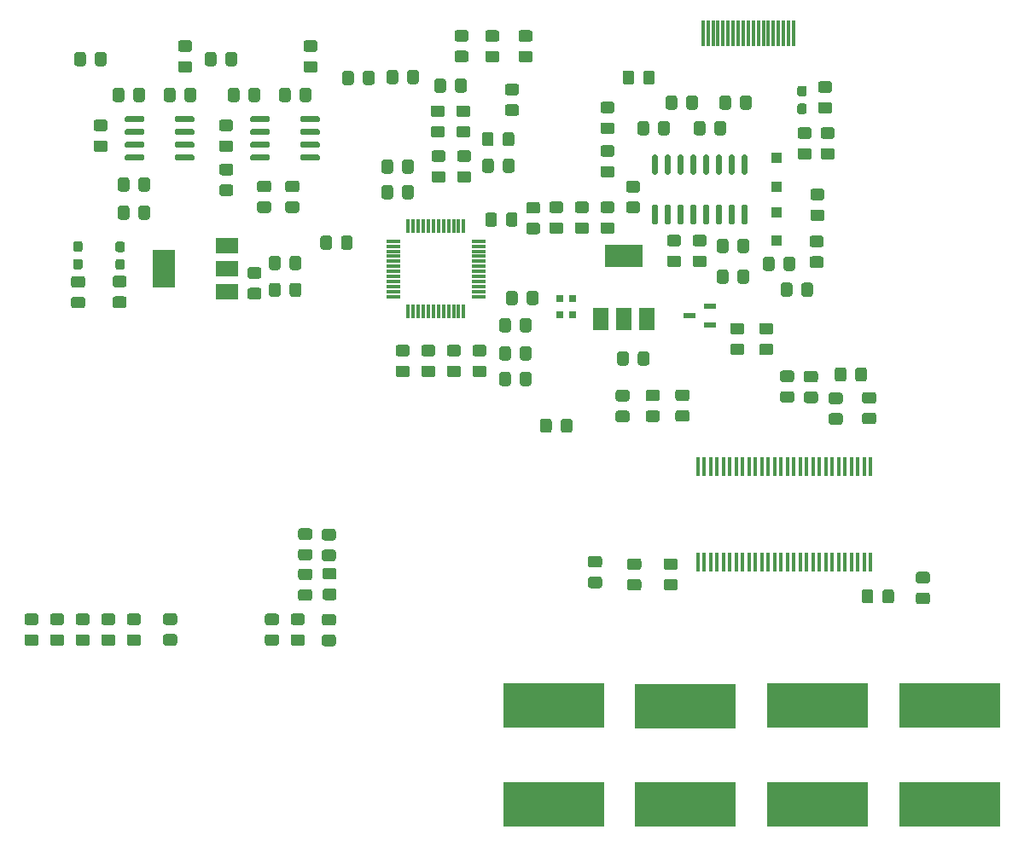
<source format=gtp>
%TF.GenerationSoftware,KiCad,Pcbnew,(5.1.6-0-10_14)*%
%TF.CreationDate,2020-07-11T00:20:46+09:00*%
%TF.ProjectId,TAS6422AMP,54415336-3432-4324-914d-502e6b696361,rev?*%
%TF.SameCoordinates,Original*%
%TF.FileFunction,Paste,Top*%
%TF.FilePolarity,Positive*%
%FSLAX46Y46*%
G04 Gerber Fmt 4.6, Leading zero omitted, Abs format (unit mm)*
G04 Created by KiCad (PCBNEW (5.1.6-0-10_14)) date 2020-07-11 00:20:46*
%MOMM*%
%LPD*%
G01*
G04 APERTURE LIST*
%ADD10R,0.435000X1.900000*%
%ADD11R,10.000000X4.400000*%
%ADD12R,2.200000X3.800000*%
%ADD13R,2.200000X1.500000*%
%ADD14R,3.800000X2.200000*%
%ADD15R,1.500000X2.200000*%
%ADD16R,0.300000X2.600000*%
%ADD17R,1.100000X1.100000*%
%ADD18R,1.300000X0.600000*%
%ADD19R,0.300000X1.475000*%
%ADD20R,1.475000X0.300000*%
%ADD21R,0.800000X0.800000*%
G04 APERTURE END LIST*
%TO.C,C20*%
G36*
G01*
X114180000Y-76410399D02*
X114180000Y-77310401D01*
G75*
G02*
X113930001Y-77560400I-249999J0D01*
G01*
X113279999Y-77560400D01*
G75*
G02*
X113030000Y-77310401I0J249999D01*
G01*
X113030000Y-76410399D01*
G75*
G02*
X113279999Y-76160400I249999J0D01*
G01*
X113930001Y-76160400D01*
G75*
G02*
X114180000Y-76410399I0J-249999D01*
G01*
G37*
G36*
G01*
X116230000Y-76410399D02*
X116230000Y-77310401D01*
G75*
G02*
X115980001Y-77560400I-249999J0D01*
G01*
X115329999Y-77560400D01*
G75*
G02*
X115080000Y-77310401I0J249999D01*
G01*
X115080000Y-76410399D01*
G75*
G02*
X115329999Y-76160400I249999J0D01*
G01*
X115980001Y-76160400D01*
G75*
G02*
X116230000Y-76410399I0J-249999D01*
G01*
G37*
%TD*%
%TO.C,C21*%
G36*
G01*
X121605001Y-71942500D02*
X120704999Y-71942500D01*
G75*
G02*
X120455000Y-71692501I0J249999D01*
G01*
X120455000Y-71042499D01*
G75*
G02*
X120704999Y-70792500I249999J0D01*
G01*
X121605001Y-70792500D01*
G75*
G02*
X121855000Y-71042499I0J-249999D01*
G01*
X121855000Y-71692501D01*
G75*
G02*
X121605001Y-71942500I-249999J0D01*
G01*
G37*
G36*
G01*
X121605001Y-73992500D02*
X120704999Y-73992500D01*
G75*
G02*
X120455000Y-73742501I0J249999D01*
G01*
X120455000Y-73092499D01*
G75*
G02*
X120704999Y-72842500I249999J0D01*
G01*
X121605001Y-72842500D01*
G75*
G02*
X121855000Y-73092499I0J-249999D01*
G01*
X121855000Y-73742501D01*
G75*
G02*
X121605001Y-73992500I-249999J0D01*
G01*
G37*
%TD*%
%TO.C,C22*%
G36*
G01*
X118243999Y-77310400D02*
X119144001Y-77310400D01*
G75*
G02*
X119394000Y-77560399I0J-249999D01*
G01*
X119394000Y-78210401D01*
G75*
G02*
X119144001Y-78460400I-249999J0D01*
G01*
X118243999Y-78460400D01*
G75*
G02*
X117994000Y-78210401I0J249999D01*
G01*
X117994000Y-77560399D01*
G75*
G02*
X118243999Y-77310400I249999J0D01*
G01*
G37*
G36*
G01*
X118243999Y-75260400D02*
X119144001Y-75260400D01*
G75*
G02*
X119394000Y-75510399I0J-249999D01*
G01*
X119394000Y-76160401D01*
G75*
G02*
X119144001Y-76410400I-249999J0D01*
G01*
X118243999Y-76410400D01*
G75*
G02*
X117994000Y-76160401I0J249999D01*
G01*
X117994000Y-75510399D01*
G75*
G02*
X118243999Y-75260400I249999J0D01*
G01*
G37*
%TD*%
%TO.C,C23*%
G36*
G01*
X121684001Y-76410400D02*
X120783999Y-76410400D01*
G75*
G02*
X120534000Y-76160401I0J249999D01*
G01*
X120534000Y-75510399D01*
G75*
G02*
X120783999Y-75260400I249999J0D01*
G01*
X121684001Y-75260400D01*
G75*
G02*
X121934000Y-75510399I0J-249999D01*
G01*
X121934000Y-76160401D01*
G75*
G02*
X121684001Y-76410400I-249999J0D01*
G01*
G37*
G36*
G01*
X121684001Y-78460400D02*
X120783999Y-78460400D01*
G75*
G02*
X120534000Y-78210401I0J249999D01*
G01*
X120534000Y-77560399D01*
G75*
G02*
X120783999Y-77310400I249999J0D01*
G01*
X121684001Y-77310400D01*
G75*
G02*
X121934000Y-77560399I0J-249999D01*
G01*
X121934000Y-78210401D01*
G75*
G02*
X121684001Y-78460400I-249999J0D01*
G01*
G37*
%TD*%
%TO.C,C24*%
G36*
G01*
X125864000Y-97492399D02*
X125864000Y-98392401D01*
G75*
G02*
X125614001Y-98642400I-249999J0D01*
G01*
X124963999Y-98642400D01*
G75*
G02*
X124714000Y-98392401I0J249999D01*
G01*
X124714000Y-97492399D01*
G75*
G02*
X124963999Y-97242400I249999J0D01*
G01*
X125614001Y-97242400D01*
G75*
G02*
X125864000Y-97492399I0J-249999D01*
G01*
G37*
G36*
G01*
X127914000Y-97492399D02*
X127914000Y-98392401D01*
G75*
G02*
X127664001Y-98642400I-249999J0D01*
G01*
X127013999Y-98642400D01*
G75*
G02*
X126764000Y-98392401I0J249999D01*
G01*
X126764000Y-97492399D01*
G75*
G02*
X127013999Y-97242400I249999J0D01*
G01*
X127664001Y-97242400D01*
G75*
G02*
X127914000Y-97492399I0J-249999D01*
G01*
G37*
%TD*%
%TO.C,C25*%
G36*
G01*
X126764000Y-95852401D02*
X126764000Y-94952399D01*
G75*
G02*
X127013999Y-94702400I249999J0D01*
G01*
X127664001Y-94702400D01*
G75*
G02*
X127914000Y-94952399I0J-249999D01*
G01*
X127914000Y-95852401D01*
G75*
G02*
X127664001Y-96102400I-249999J0D01*
G01*
X127013999Y-96102400D01*
G75*
G02*
X126764000Y-95852401I0J249999D01*
G01*
G37*
G36*
G01*
X124714000Y-95852401D02*
X124714000Y-94952399D01*
G75*
G02*
X124963999Y-94702400I249999J0D01*
G01*
X125614001Y-94702400D01*
G75*
G02*
X125864000Y-94952399I0J-249999D01*
G01*
X125864000Y-95852401D01*
G75*
G02*
X125614001Y-96102400I-249999J0D01*
G01*
X124963999Y-96102400D01*
G75*
G02*
X124714000Y-95852401I0J249999D01*
G01*
G37*
%TD*%
%TO.C,C26*%
G36*
G01*
X135908001Y-71584400D02*
X135007999Y-71584400D01*
G75*
G02*
X134758000Y-71334401I0J249999D01*
G01*
X134758000Y-70684399D01*
G75*
G02*
X135007999Y-70434400I249999J0D01*
G01*
X135908001Y-70434400D01*
G75*
G02*
X136158000Y-70684399I0J-249999D01*
G01*
X136158000Y-71334401D01*
G75*
G02*
X135908001Y-71584400I-249999J0D01*
G01*
G37*
G36*
G01*
X135908001Y-73634400D02*
X135007999Y-73634400D01*
G75*
G02*
X134758000Y-73384401I0J249999D01*
G01*
X134758000Y-72734399D01*
G75*
G02*
X135007999Y-72484400I249999J0D01*
G01*
X135908001Y-72484400D01*
G75*
G02*
X136158000Y-72734399I0J-249999D01*
G01*
X136158000Y-73384401D01*
G75*
G02*
X135908001Y-73634400I-249999J0D01*
G01*
G37*
%TD*%
%TO.C,C27*%
G36*
G01*
X135007999Y-76802400D02*
X135908001Y-76802400D01*
G75*
G02*
X136158000Y-77052399I0J-249999D01*
G01*
X136158000Y-77702401D01*
G75*
G02*
X135908001Y-77952400I-249999J0D01*
G01*
X135007999Y-77952400D01*
G75*
G02*
X134758000Y-77702401I0J249999D01*
G01*
X134758000Y-77052399D01*
G75*
G02*
X135007999Y-76802400I249999J0D01*
G01*
G37*
G36*
G01*
X135007999Y-74752400D02*
X135908001Y-74752400D01*
G75*
G02*
X136158000Y-75002399I0J-249999D01*
G01*
X136158000Y-75652401D01*
G75*
G02*
X135908001Y-75902400I-249999J0D01*
G01*
X135007999Y-75902400D01*
G75*
G02*
X134758000Y-75652401I0J249999D01*
G01*
X134758000Y-75002399D01*
G75*
G02*
X135007999Y-74752400I249999J0D01*
G01*
G37*
%TD*%
%TO.C,C28*%
G36*
G01*
X132467999Y-82390400D02*
X133368001Y-82390400D01*
G75*
G02*
X133618000Y-82640399I0J-249999D01*
G01*
X133618000Y-83290401D01*
G75*
G02*
X133368001Y-83540400I-249999J0D01*
G01*
X132467999Y-83540400D01*
G75*
G02*
X132218000Y-83290401I0J249999D01*
G01*
X132218000Y-82640399D01*
G75*
G02*
X132467999Y-82390400I249999J0D01*
G01*
G37*
G36*
G01*
X132467999Y-80340400D02*
X133368001Y-80340400D01*
G75*
G02*
X133618000Y-80590399I0J-249999D01*
G01*
X133618000Y-81240401D01*
G75*
G02*
X133368001Y-81490400I-249999J0D01*
G01*
X132467999Y-81490400D01*
G75*
G02*
X132218000Y-81240401I0J249999D01*
G01*
X132218000Y-80590399D01*
G75*
G02*
X132467999Y-80340400I249999J0D01*
G01*
G37*
%TD*%
%TO.C,C29*%
G36*
G01*
X135007999Y-82390400D02*
X135908001Y-82390400D01*
G75*
G02*
X136158000Y-82640399I0J-249999D01*
G01*
X136158000Y-83290401D01*
G75*
G02*
X135908001Y-83540400I-249999J0D01*
G01*
X135007999Y-83540400D01*
G75*
G02*
X134758000Y-83290401I0J249999D01*
G01*
X134758000Y-82640399D01*
G75*
G02*
X135007999Y-82390400I249999J0D01*
G01*
G37*
G36*
G01*
X135007999Y-80340400D02*
X135908001Y-80340400D01*
G75*
G02*
X136158000Y-80590399I0J-249999D01*
G01*
X136158000Y-81240401D01*
G75*
G02*
X135908001Y-81490400I-249999J0D01*
G01*
X135007999Y-81490400D01*
G75*
G02*
X134758000Y-81240401I0J249999D01*
G01*
X134758000Y-80590399D01*
G75*
G02*
X135007999Y-80340400I249999J0D01*
G01*
G37*
%TD*%
%TO.C,C30*%
G36*
G01*
X127634999Y-82436100D02*
X128535001Y-82436100D01*
G75*
G02*
X128785000Y-82686099I0J-249999D01*
G01*
X128785000Y-83336101D01*
G75*
G02*
X128535001Y-83586100I-249999J0D01*
G01*
X127634999Y-83586100D01*
G75*
G02*
X127385000Y-83336101I0J249999D01*
G01*
X127385000Y-82686099D01*
G75*
G02*
X127634999Y-82436100I249999J0D01*
G01*
G37*
G36*
G01*
X127634999Y-80386100D02*
X128535001Y-80386100D01*
G75*
G02*
X128785000Y-80636099I0J-249999D01*
G01*
X128785000Y-81286101D01*
G75*
G02*
X128535001Y-81536100I-249999J0D01*
G01*
X127634999Y-81536100D01*
G75*
G02*
X127385000Y-81286101I0J249999D01*
G01*
X127385000Y-80636099D01*
G75*
G02*
X127634999Y-80386100I249999J0D01*
G01*
G37*
%TD*%
%TO.C,C31*%
G36*
G01*
X159153000Y-97052999D02*
X159153000Y-97953001D01*
G75*
G02*
X158903001Y-98203000I-249999J0D01*
G01*
X158252999Y-98203000D01*
G75*
G02*
X158003000Y-97953001I0J249999D01*
G01*
X158003000Y-97052999D01*
G75*
G02*
X158252999Y-96803000I249999J0D01*
G01*
X158903001Y-96803000D01*
G75*
G02*
X159153000Y-97052999I0J-249999D01*
G01*
G37*
G36*
G01*
X161203000Y-97052999D02*
X161203000Y-97953001D01*
G75*
G02*
X160953001Y-98203000I-249999J0D01*
G01*
X160302999Y-98203000D01*
G75*
G02*
X160053000Y-97953001I0J249999D01*
G01*
X160053000Y-97052999D01*
G75*
G02*
X160302999Y-96803000I249999J0D01*
G01*
X160953001Y-96803000D01*
G75*
G02*
X161203000Y-97052999I0J-249999D01*
G01*
G37*
%TD*%
%TO.C,C32*%
G36*
G01*
X155190999Y-99190000D02*
X156091001Y-99190000D01*
G75*
G02*
X156341000Y-99439999I0J-249999D01*
G01*
X156341000Y-100090001D01*
G75*
G02*
X156091001Y-100340000I-249999J0D01*
G01*
X155190999Y-100340000D01*
G75*
G02*
X154941000Y-100090001I0J249999D01*
G01*
X154941000Y-99439999D01*
G75*
G02*
X155190999Y-99190000I249999J0D01*
G01*
G37*
G36*
G01*
X155190999Y-97140000D02*
X156091001Y-97140000D01*
G75*
G02*
X156341000Y-97389999I0J-249999D01*
G01*
X156341000Y-98040001D01*
G75*
G02*
X156091001Y-98290000I-249999J0D01*
G01*
X155190999Y-98290000D01*
G75*
G02*
X154941000Y-98040001I0J249999D01*
G01*
X154941000Y-97389999D01*
G75*
G02*
X155190999Y-97140000I249999J0D01*
G01*
G37*
%TD*%
%TO.C,C33*%
G36*
G01*
X161880001Y-100396000D02*
X160979999Y-100396000D01*
G75*
G02*
X160730000Y-100146001I0J249999D01*
G01*
X160730000Y-99495999D01*
G75*
G02*
X160979999Y-99246000I249999J0D01*
G01*
X161880001Y-99246000D01*
G75*
G02*
X162130000Y-99495999I0J-249999D01*
G01*
X162130000Y-100146001D01*
G75*
G02*
X161880001Y-100396000I-249999J0D01*
G01*
G37*
G36*
G01*
X161880001Y-102446000D02*
X160979999Y-102446000D01*
G75*
G02*
X160730000Y-102196001I0J249999D01*
G01*
X160730000Y-101545999D01*
G75*
G02*
X160979999Y-101296000I249999J0D01*
G01*
X161880001Y-101296000D01*
G75*
G02*
X162130000Y-101545999I0J-249999D01*
G01*
X162130000Y-102196001D01*
G75*
G02*
X161880001Y-102446000I-249999J0D01*
G01*
G37*
%TD*%
%TO.C,C34*%
G36*
G01*
X157649999Y-101349000D02*
X158550001Y-101349000D01*
G75*
G02*
X158800000Y-101598999I0J-249999D01*
G01*
X158800000Y-102249001D01*
G75*
G02*
X158550001Y-102499000I-249999J0D01*
G01*
X157649999Y-102499000D01*
G75*
G02*
X157400000Y-102249001I0J249999D01*
G01*
X157400000Y-101598999D01*
G75*
G02*
X157649999Y-101349000I249999J0D01*
G01*
G37*
G36*
G01*
X157649999Y-99299000D02*
X158550001Y-99299000D01*
G75*
G02*
X158800000Y-99548999I0J-249999D01*
G01*
X158800000Y-100199001D01*
G75*
G02*
X158550001Y-100449000I-249999J0D01*
G01*
X157649999Y-100449000D01*
G75*
G02*
X157400000Y-100199001I0J249999D01*
G01*
X157400000Y-99548999D01*
G75*
G02*
X157649999Y-99299000I249999J0D01*
G01*
G37*
%TD*%
%TO.C,C35*%
G36*
G01*
X152833999Y-99151900D02*
X153734001Y-99151900D01*
G75*
G02*
X153984000Y-99401899I0J-249999D01*
G01*
X153984000Y-100051901D01*
G75*
G02*
X153734001Y-100301900I-249999J0D01*
G01*
X152833999Y-100301900D01*
G75*
G02*
X152584000Y-100051901I0J249999D01*
G01*
X152584000Y-99401899D01*
G75*
G02*
X152833999Y-99151900I249999J0D01*
G01*
G37*
G36*
G01*
X152833999Y-97101900D02*
X153734001Y-97101900D01*
G75*
G02*
X153984000Y-97351899I0J-249999D01*
G01*
X153984000Y-98001901D01*
G75*
G02*
X153734001Y-98251900I-249999J0D01*
G01*
X152833999Y-98251900D01*
G75*
G02*
X152584000Y-98001901I0J249999D01*
G01*
X152584000Y-97351899D01*
G75*
G02*
X152833999Y-97101900I249999J0D01*
G01*
G37*
%TD*%
%TO.C,C39*%
G36*
G01*
X114688000Y-67520399D02*
X114688000Y-68420401D01*
G75*
G02*
X114438001Y-68670400I-249999J0D01*
G01*
X113787999Y-68670400D01*
G75*
G02*
X113538000Y-68420401I0J249999D01*
G01*
X113538000Y-67520399D01*
G75*
G02*
X113787999Y-67270400I249999J0D01*
G01*
X114438001Y-67270400D01*
G75*
G02*
X114688000Y-67520399I0J-249999D01*
G01*
G37*
G36*
G01*
X116738000Y-67520399D02*
X116738000Y-68420401D01*
G75*
G02*
X116488001Y-68670400I-249999J0D01*
G01*
X115837999Y-68670400D01*
G75*
G02*
X115588000Y-68420401I0J249999D01*
G01*
X115588000Y-67520399D01*
G75*
G02*
X115837999Y-67270400I249999J0D01*
G01*
X116488001Y-67270400D01*
G75*
G02*
X116738000Y-67520399I0J-249999D01*
G01*
G37*
%TD*%
%TO.C,C40*%
G36*
G01*
X127780001Y-64481400D02*
X126879999Y-64481400D01*
G75*
G02*
X126630000Y-64231401I0J249999D01*
G01*
X126630000Y-63581399D01*
G75*
G02*
X126879999Y-63331400I249999J0D01*
G01*
X127780001Y-63331400D01*
G75*
G02*
X128030000Y-63581399I0J-249999D01*
G01*
X128030000Y-64231401D01*
G75*
G02*
X127780001Y-64481400I-249999J0D01*
G01*
G37*
G36*
G01*
X127780001Y-66531400D02*
X126879999Y-66531400D01*
G75*
G02*
X126630000Y-66281401I0J249999D01*
G01*
X126630000Y-65631399D01*
G75*
G02*
X126879999Y-65381400I249999J0D01*
G01*
X127780001Y-65381400D01*
G75*
G02*
X128030000Y-65631399I0J-249999D01*
G01*
X128030000Y-66281401D01*
G75*
G02*
X127780001Y-66531400I-249999J0D01*
G01*
G37*
%TD*%
%TO.C,C45*%
G36*
G01*
X141278999Y-117801000D02*
X142179001Y-117801000D01*
G75*
G02*
X142429000Y-118050999I0J-249999D01*
G01*
X142429000Y-118701001D01*
G75*
G02*
X142179001Y-118951000I-249999J0D01*
G01*
X141278999Y-118951000D01*
G75*
G02*
X141029000Y-118701001I0J249999D01*
G01*
X141029000Y-118050999D01*
G75*
G02*
X141278999Y-117801000I249999J0D01*
G01*
G37*
G36*
G01*
X141278999Y-115751000D02*
X142179001Y-115751000D01*
G75*
G02*
X142429000Y-116000999I0J-249999D01*
G01*
X142429000Y-116651001D01*
G75*
G02*
X142179001Y-116901000I-249999J0D01*
G01*
X141278999Y-116901000D01*
G75*
G02*
X141029000Y-116651001I0J249999D01*
G01*
X141029000Y-116000999D01*
G75*
G02*
X141278999Y-115751000I249999J0D01*
G01*
G37*
%TD*%
%TO.C,C46*%
G36*
G01*
X137664999Y-117801000D02*
X138565001Y-117801000D01*
G75*
G02*
X138815000Y-118050999I0J-249999D01*
G01*
X138815000Y-118701001D01*
G75*
G02*
X138565001Y-118951000I-249999J0D01*
G01*
X137664999Y-118951000D01*
G75*
G02*
X137415000Y-118701001I0J249999D01*
G01*
X137415000Y-118050999D01*
G75*
G02*
X137664999Y-117801000I249999J0D01*
G01*
G37*
G36*
G01*
X137664999Y-115751000D02*
X138565001Y-115751000D01*
G75*
G02*
X138815000Y-116000999I0J-249999D01*
G01*
X138815000Y-116651001D01*
G75*
G02*
X138565001Y-116901000I-249999J0D01*
G01*
X137664999Y-116901000D01*
G75*
G02*
X137415000Y-116651001I0J249999D01*
G01*
X137415000Y-116000999D01*
G75*
G02*
X137664999Y-115751000I249999J0D01*
G01*
G37*
%TD*%
%TO.C,C47*%
G36*
G01*
X162733000Y-119977001D02*
X162733000Y-119076999D01*
G75*
G02*
X162982999Y-118827000I249999J0D01*
G01*
X163633001Y-118827000D01*
G75*
G02*
X163883000Y-119076999I0J-249999D01*
G01*
X163883000Y-119977001D01*
G75*
G02*
X163633001Y-120227000I-249999J0D01*
G01*
X162982999Y-120227000D01*
G75*
G02*
X162733000Y-119977001I0J249999D01*
G01*
G37*
G36*
G01*
X160683000Y-119977001D02*
X160683000Y-119076999D01*
G75*
G02*
X160932999Y-118827000I249999J0D01*
G01*
X161583001Y-118827000D01*
G75*
G02*
X161833000Y-119076999I0J-249999D01*
G01*
X161833000Y-119977001D01*
G75*
G02*
X161583001Y-120227000I-249999J0D01*
G01*
X160932999Y-120227000D01*
G75*
G02*
X160683000Y-119977001I0J249999D01*
G01*
G37*
%TD*%
%TO.C,C48*%
G36*
G01*
X166310999Y-119144000D02*
X167211001Y-119144000D01*
G75*
G02*
X167461000Y-119393999I0J-249999D01*
G01*
X167461000Y-120044001D01*
G75*
G02*
X167211001Y-120294000I-249999J0D01*
G01*
X166310999Y-120294000D01*
G75*
G02*
X166061000Y-120044001I0J249999D01*
G01*
X166061000Y-119393999D01*
G75*
G02*
X166310999Y-119144000I249999J0D01*
G01*
G37*
G36*
G01*
X166310999Y-117094000D02*
X167211001Y-117094000D01*
G75*
G02*
X167461000Y-117343999I0J-249999D01*
G01*
X167461000Y-117994001D01*
G75*
G02*
X167211001Y-118244000I-249999J0D01*
G01*
X166310999Y-118244000D01*
G75*
G02*
X166061000Y-117994001I0J249999D01*
G01*
X166061000Y-117343999D01*
G75*
G02*
X166310999Y-117094000I249999J0D01*
G01*
G37*
%TD*%
%TO.C,C49*%
G36*
G01*
X124478001Y-64481400D02*
X123577999Y-64481400D01*
G75*
G02*
X123328000Y-64231401I0J249999D01*
G01*
X123328000Y-63581399D01*
G75*
G02*
X123577999Y-63331400I249999J0D01*
G01*
X124478001Y-63331400D01*
G75*
G02*
X124728000Y-63581399I0J-249999D01*
G01*
X124728000Y-64231401D01*
G75*
G02*
X124478001Y-64481400I-249999J0D01*
G01*
G37*
G36*
G01*
X124478001Y-66531400D02*
X123577999Y-66531400D01*
G75*
G02*
X123328000Y-66281401I0J249999D01*
G01*
X123328000Y-65631399D01*
G75*
G02*
X123577999Y-65381400I249999J0D01*
G01*
X124478001Y-65381400D01*
G75*
G02*
X124728000Y-65631399I0J-249999D01*
G01*
X124728000Y-66281401D01*
G75*
G02*
X124478001Y-66531400I-249999J0D01*
G01*
G37*
%TD*%
%TO.C,D1*%
G36*
G01*
X87339180Y-85359760D02*
X86864180Y-85359760D01*
G75*
G02*
X86626680Y-85122260I0J237500D01*
G01*
X86626680Y-84547260D01*
G75*
G02*
X86864180Y-84309760I237500J0D01*
G01*
X87339180Y-84309760D01*
G75*
G02*
X87576680Y-84547260I0J-237500D01*
G01*
X87576680Y-85122260D01*
G75*
G02*
X87339180Y-85359760I-237500J0D01*
G01*
G37*
G36*
G01*
X87339180Y-87109760D02*
X86864180Y-87109760D01*
G75*
G02*
X86626680Y-86872260I0J237500D01*
G01*
X86626680Y-86297260D01*
G75*
G02*
X86864180Y-86059760I237500J0D01*
G01*
X87339180Y-86059760D01*
G75*
G02*
X87576680Y-86297260I0J-237500D01*
G01*
X87576680Y-86872260D01*
G75*
G02*
X87339180Y-87109760I-237500J0D01*
G01*
G37*
%TD*%
%TO.C,FB1*%
G36*
G01*
X103027000Y-88655699D02*
X103027000Y-89555701D01*
G75*
G02*
X102777001Y-89805700I-249999J0D01*
G01*
X102126999Y-89805700D01*
G75*
G02*
X101877000Y-89555701I0J249999D01*
G01*
X101877000Y-88655699D01*
G75*
G02*
X102126999Y-88405700I249999J0D01*
G01*
X102777001Y-88405700D01*
G75*
G02*
X103027000Y-88655699I0J-249999D01*
G01*
G37*
G36*
G01*
X105077000Y-88655699D02*
X105077000Y-89555701D01*
G75*
G02*
X104827001Y-89805700I-249999J0D01*
G01*
X104176999Y-89805700D01*
G75*
G02*
X103927000Y-89555701I0J249999D01*
G01*
X103927000Y-88655699D01*
G75*
G02*
X104176999Y-88405700I249999J0D01*
G01*
X104827001Y-88405700D01*
G75*
G02*
X105077000Y-88655699I0J-249999D01*
G01*
G37*
%TD*%
%TO.C,FB2*%
G36*
G01*
X124159860Y-73695139D02*
X124159860Y-74595141D01*
G75*
G02*
X123909861Y-74845140I-249999J0D01*
G01*
X123259859Y-74845140D01*
G75*
G02*
X123009860Y-74595141I0J249999D01*
G01*
X123009860Y-73695139D01*
G75*
G02*
X123259859Y-73445140I249999J0D01*
G01*
X123909861Y-73445140D01*
G75*
G02*
X124159860Y-73695139I0J-249999D01*
G01*
G37*
G36*
G01*
X126209860Y-73695139D02*
X126209860Y-74595141D01*
G75*
G02*
X125959861Y-74845140I-249999J0D01*
G01*
X125309859Y-74845140D01*
G75*
G02*
X125059860Y-74595141I0J249999D01*
G01*
X125059860Y-73695139D01*
G75*
G02*
X125309859Y-73445140I249999J0D01*
G01*
X125959861Y-73445140D01*
G75*
G02*
X126209860Y-73695139I0J-249999D01*
G01*
G37*
%TD*%
%TO.C,R2*%
G36*
G01*
X97554200Y-66642401D02*
X97554200Y-65742399D01*
G75*
G02*
X97804199Y-65492400I249999J0D01*
G01*
X98454201Y-65492400D01*
G75*
G02*
X98704200Y-65742399I0J-249999D01*
G01*
X98704200Y-66642401D01*
G75*
G02*
X98454201Y-66892400I-249999J0D01*
G01*
X97804199Y-66892400D01*
G75*
G02*
X97554200Y-66642401I0J249999D01*
G01*
G37*
G36*
G01*
X95504200Y-66642401D02*
X95504200Y-65742399D01*
G75*
G02*
X95754199Y-65492400I249999J0D01*
G01*
X96404201Y-65492400D01*
G75*
G02*
X96654200Y-65742399I0J-249999D01*
G01*
X96654200Y-66642401D01*
G75*
G02*
X96404201Y-66892400I-249999J0D01*
G01*
X95754199Y-66892400D01*
G75*
G02*
X95504200Y-66642401I0J249999D01*
G01*
G37*
%TD*%
%TO.C,R3*%
G36*
G01*
X84600200Y-66642401D02*
X84600200Y-65742399D01*
G75*
G02*
X84850199Y-65492400I249999J0D01*
G01*
X85500201Y-65492400D01*
G75*
G02*
X85750200Y-65742399I0J-249999D01*
G01*
X85750200Y-66642401D01*
G75*
G02*
X85500201Y-66892400I-249999J0D01*
G01*
X84850199Y-66892400D01*
G75*
G02*
X84600200Y-66642401I0J249999D01*
G01*
G37*
G36*
G01*
X82550200Y-66642401D02*
X82550200Y-65742399D01*
G75*
G02*
X82800199Y-65492400I249999J0D01*
G01*
X83450201Y-65492400D01*
G75*
G02*
X83700200Y-65742399I0J-249999D01*
G01*
X83700200Y-66642401D01*
G75*
G02*
X83450201Y-66892400I-249999J0D01*
G01*
X82800199Y-66892400D01*
G75*
G02*
X82550200Y-66642401I0J249999D01*
G01*
G37*
%TD*%
%TO.C,R4*%
G36*
G01*
X86600879Y-89751320D02*
X87500881Y-89751320D01*
G75*
G02*
X87750880Y-90001319I0J-249999D01*
G01*
X87750880Y-90651321D01*
G75*
G02*
X87500881Y-90901320I-249999J0D01*
G01*
X86600879Y-90901320D01*
G75*
G02*
X86350880Y-90651321I0J249999D01*
G01*
X86350880Y-90001319D01*
G75*
G02*
X86600879Y-89751320I249999J0D01*
G01*
G37*
G36*
G01*
X86600879Y-87701320D02*
X87500881Y-87701320D01*
G75*
G02*
X87750880Y-87951319I0J-249999D01*
G01*
X87750880Y-88601321D01*
G75*
G02*
X87500881Y-88851320I-249999J0D01*
G01*
X86600879Y-88851320D01*
G75*
G02*
X86350880Y-88601321I0J249999D01*
G01*
X86350880Y-87951319D01*
G75*
G02*
X86600879Y-87701320I249999J0D01*
G01*
G37*
%TD*%
%TO.C,R5*%
G36*
G01*
X106444001Y-65488400D02*
X105543999Y-65488400D01*
G75*
G02*
X105294000Y-65238401I0J249999D01*
G01*
X105294000Y-64588399D01*
G75*
G02*
X105543999Y-64338400I249999J0D01*
G01*
X106444001Y-64338400D01*
G75*
G02*
X106694000Y-64588399I0J-249999D01*
G01*
X106694000Y-65238401D01*
G75*
G02*
X106444001Y-65488400I-249999J0D01*
G01*
G37*
G36*
G01*
X106444001Y-67538400D02*
X105543999Y-67538400D01*
G75*
G02*
X105294000Y-67288401I0J249999D01*
G01*
X105294000Y-66638399D01*
G75*
G02*
X105543999Y-66388400I249999J0D01*
G01*
X106444001Y-66388400D01*
G75*
G02*
X106694000Y-66638399I0J-249999D01*
G01*
X106694000Y-67288401D01*
G75*
G02*
X106444001Y-67538400I-249999J0D01*
G01*
G37*
%TD*%
%TO.C,R6*%
G36*
G01*
X93998201Y-65488400D02*
X93098199Y-65488400D01*
G75*
G02*
X92848200Y-65238401I0J249999D01*
G01*
X92848200Y-64588399D01*
G75*
G02*
X93098199Y-64338400I249999J0D01*
G01*
X93998201Y-64338400D01*
G75*
G02*
X94248200Y-64588399I0J-249999D01*
G01*
X94248200Y-65238401D01*
G75*
G02*
X93998201Y-65488400I-249999J0D01*
G01*
G37*
G36*
G01*
X93998201Y-67538400D02*
X93098199Y-67538400D01*
G75*
G02*
X92848200Y-67288401I0J249999D01*
G01*
X92848200Y-66638399D01*
G75*
G02*
X93098199Y-66388400I249999J0D01*
G01*
X93998201Y-66388400D01*
G75*
G02*
X94248200Y-66638399I0J-249999D01*
G01*
X94248200Y-67288401D01*
G75*
G02*
X93998201Y-67538400I-249999J0D01*
G01*
G37*
%TD*%
%TO.C,R7*%
G36*
G01*
X104920000Y-70198401D02*
X104920000Y-69298399D01*
G75*
G02*
X105169999Y-69048400I249999J0D01*
G01*
X105820001Y-69048400D01*
G75*
G02*
X106070000Y-69298399I0J-249999D01*
G01*
X106070000Y-70198401D01*
G75*
G02*
X105820001Y-70448400I-249999J0D01*
G01*
X105169999Y-70448400D01*
G75*
G02*
X104920000Y-70198401I0J249999D01*
G01*
G37*
G36*
G01*
X102870000Y-70198401D02*
X102870000Y-69298399D01*
G75*
G02*
X103119999Y-69048400I249999J0D01*
G01*
X103770001Y-69048400D01*
G75*
G02*
X104020000Y-69298399I0J-249999D01*
G01*
X104020000Y-70198401D01*
G75*
G02*
X103770001Y-70448400I-249999J0D01*
G01*
X103119999Y-70448400D01*
G75*
G02*
X102870000Y-70198401I0J249999D01*
G01*
G37*
%TD*%
%TO.C,R8*%
G36*
G01*
X93490200Y-70198401D02*
X93490200Y-69298399D01*
G75*
G02*
X93740199Y-69048400I249999J0D01*
G01*
X94390201Y-69048400D01*
G75*
G02*
X94640200Y-69298399I0J-249999D01*
G01*
X94640200Y-70198401D01*
G75*
G02*
X94390201Y-70448400I-249999J0D01*
G01*
X93740199Y-70448400D01*
G75*
G02*
X93490200Y-70198401I0J249999D01*
G01*
G37*
G36*
G01*
X91440200Y-70198401D02*
X91440200Y-69298399D01*
G75*
G02*
X91690199Y-69048400I249999J0D01*
G01*
X92340201Y-69048400D01*
G75*
G02*
X92590200Y-69298399I0J-249999D01*
G01*
X92590200Y-70198401D01*
G75*
G02*
X92340201Y-70448400I-249999J0D01*
G01*
X91690199Y-70448400D01*
G75*
G02*
X91440200Y-70198401I0J249999D01*
G01*
G37*
%TD*%
%TO.C,R9*%
G36*
G01*
X85616201Y-73362400D02*
X84716199Y-73362400D01*
G75*
G02*
X84466200Y-73112401I0J249999D01*
G01*
X84466200Y-72462399D01*
G75*
G02*
X84716199Y-72212400I249999J0D01*
G01*
X85616201Y-72212400D01*
G75*
G02*
X85866200Y-72462399I0J-249999D01*
G01*
X85866200Y-73112401D01*
G75*
G02*
X85616201Y-73362400I-249999J0D01*
G01*
G37*
G36*
G01*
X85616201Y-75412400D02*
X84716199Y-75412400D01*
G75*
G02*
X84466200Y-75162401I0J249999D01*
G01*
X84466200Y-74512399D01*
G75*
G02*
X84716199Y-74262400I249999J0D01*
G01*
X85616201Y-74262400D01*
G75*
G02*
X85866200Y-74512399I0J-249999D01*
G01*
X85866200Y-75162401D01*
G75*
G02*
X85616201Y-75412400I-249999J0D01*
G01*
G37*
%TD*%
%TO.C,R10*%
G36*
G01*
X98062201Y-73362400D02*
X97162199Y-73362400D01*
G75*
G02*
X96912200Y-73112401I0J249999D01*
G01*
X96912200Y-72462399D01*
G75*
G02*
X97162199Y-72212400I249999J0D01*
G01*
X98062201Y-72212400D01*
G75*
G02*
X98312200Y-72462399I0J-249999D01*
G01*
X98312200Y-73112401D01*
G75*
G02*
X98062201Y-73362400I-249999J0D01*
G01*
G37*
G36*
G01*
X98062201Y-75412400D02*
X97162199Y-75412400D01*
G75*
G02*
X96912200Y-75162401I0J249999D01*
G01*
X96912200Y-74512399D01*
G75*
G02*
X97162199Y-74262400I249999J0D01*
G01*
X98062201Y-74262400D01*
G75*
G02*
X98312200Y-74512399I0J-249999D01*
G01*
X98312200Y-75162401D01*
G75*
G02*
X98062201Y-75412400I-249999J0D01*
G01*
G37*
%TD*%
%TO.C,R11*%
G36*
G01*
X126431001Y-69783500D02*
X125530999Y-69783500D01*
G75*
G02*
X125281000Y-69533501I0J249999D01*
G01*
X125281000Y-68883499D01*
G75*
G02*
X125530999Y-68633500I249999J0D01*
G01*
X126431001Y-68633500D01*
G75*
G02*
X126681000Y-68883499I0J-249999D01*
G01*
X126681000Y-69533501D01*
G75*
G02*
X126431001Y-69783500I-249999J0D01*
G01*
G37*
G36*
G01*
X126431001Y-71833500D02*
X125530999Y-71833500D01*
G75*
G02*
X125281000Y-71583501I0J249999D01*
G01*
X125281000Y-70933499D01*
G75*
G02*
X125530999Y-70683500I249999J0D01*
G01*
X126431001Y-70683500D01*
G75*
G02*
X126681000Y-70933499I0J-249999D01*
G01*
X126681000Y-71583501D01*
G75*
G02*
X126431001Y-71833500I-249999J0D01*
G01*
G37*
%TD*%
%TO.C,R12*%
G36*
G01*
X119065001Y-71942500D02*
X118164999Y-71942500D01*
G75*
G02*
X117915000Y-71692501I0J249999D01*
G01*
X117915000Y-71042499D01*
G75*
G02*
X118164999Y-70792500I249999J0D01*
G01*
X119065001Y-70792500D01*
G75*
G02*
X119315000Y-71042499I0J-249999D01*
G01*
X119315000Y-71692501D01*
G75*
G02*
X119065001Y-71942500I-249999J0D01*
G01*
G37*
G36*
G01*
X119065001Y-73992500D02*
X118164999Y-73992500D01*
G75*
G02*
X117915000Y-73742501I0J249999D01*
G01*
X117915000Y-73092499D01*
G75*
G02*
X118164999Y-72842500I249999J0D01*
G01*
X119065001Y-72842500D01*
G75*
G02*
X119315000Y-73092499I0J-249999D01*
G01*
X119315000Y-73742501D01*
G75*
G02*
X119065001Y-73992500I-249999J0D01*
G01*
G37*
%TD*%
%TO.C,R13*%
G36*
G01*
X115588001Y-95714400D02*
X114687999Y-95714400D01*
G75*
G02*
X114438000Y-95464401I0J249999D01*
G01*
X114438000Y-94814399D01*
G75*
G02*
X114687999Y-94564400I249999J0D01*
G01*
X115588001Y-94564400D01*
G75*
G02*
X115838000Y-94814399I0J-249999D01*
G01*
X115838000Y-95464401D01*
G75*
G02*
X115588001Y-95714400I-249999J0D01*
G01*
G37*
G36*
G01*
X115588001Y-97764400D02*
X114687999Y-97764400D01*
G75*
G02*
X114438000Y-97514401I0J249999D01*
G01*
X114438000Y-96864399D01*
G75*
G02*
X114687999Y-96614400I249999J0D01*
G01*
X115588001Y-96614400D01*
G75*
G02*
X115838000Y-96864399I0J-249999D01*
G01*
X115838000Y-97514401D01*
G75*
G02*
X115588001Y-97764400I-249999J0D01*
G01*
G37*
%TD*%
%TO.C,R14*%
G36*
G01*
X118128001Y-95714400D02*
X117227999Y-95714400D01*
G75*
G02*
X116978000Y-95464401I0J249999D01*
G01*
X116978000Y-94814399D01*
G75*
G02*
X117227999Y-94564400I249999J0D01*
G01*
X118128001Y-94564400D01*
G75*
G02*
X118378000Y-94814399I0J-249999D01*
G01*
X118378000Y-95464401D01*
G75*
G02*
X118128001Y-95714400I-249999J0D01*
G01*
G37*
G36*
G01*
X118128001Y-97764400D02*
X117227999Y-97764400D01*
G75*
G02*
X116978000Y-97514401I0J249999D01*
G01*
X116978000Y-96864399D01*
G75*
G02*
X117227999Y-96614400I249999J0D01*
G01*
X118128001Y-96614400D01*
G75*
G02*
X118378000Y-96864399I0J-249999D01*
G01*
X118378000Y-97514401D01*
G75*
G02*
X118128001Y-97764400I-249999J0D01*
G01*
G37*
%TD*%
%TO.C,R15*%
G36*
G01*
X120668001Y-95714400D02*
X119767999Y-95714400D01*
G75*
G02*
X119518000Y-95464401I0J249999D01*
G01*
X119518000Y-94814399D01*
G75*
G02*
X119767999Y-94564400I249999J0D01*
G01*
X120668001Y-94564400D01*
G75*
G02*
X120918000Y-94814399I0J-249999D01*
G01*
X120918000Y-95464401D01*
G75*
G02*
X120668001Y-95714400I-249999J0D01*
G01*
G37*
G36*
G01*
X120668001Y-97764400D02*
X119767999Y-97764400D01*
G75*
G02*
X119518000Y-97514401I0J249999D01*
G01*
X119518000Y-96864399D01*
G75*
G02*
X119767999Y-96614400I249999J0D01*
G01*
X120668001Y-96614400D01*
G75*
G02*
X120918000Y-96864399I0J-249999D01*
G01*
X120918000Y-97514401D01*
G75*
G02*
X120668001Y-97764400I-249999J0D01*
G01*
G37*
%TD*%
%TO.C,R16*%
G36*
G01*
X123208001Y-95714400D02*
X122307999Y-95714400D01*
G75*
G02*
X122058000Y-95464401I0J249999D01*
G01*
X122058000Y-94814399D01*
G75*
G02*
X122307999Y-94564400I249999J0D01*
G01*
X123208001Y-94564400D01*
G75*
G02*
X123458000Y-94814399I0J-249999D01*
G01*
X123458000Y-95464401D01*
G75*
G02*
X123208001Y-95714400I-249999J0D01*
G01*
G37*
G36*
G01*
X123208001Y-97764400D02*
X122307999Y-97764400D01*
G75*
G02*
X122058000Y-97514401I0J249999D01*
G01*
X122058000Y-96864399D01*
G75*
G02*
X122307999Y-96614400I249999J0D01*
G01*
X123208001Y-96614400D01*
G75*
G02*
X123458000Y-96864399I0J-249999D01*
G01*
X123458000Y-97514401D01*
G75*
G02*
X123208001Y-97764400I-249999J0D01*
G01*
G37*
%TD*%
%TO.C,R17*%
G36*
G01*
X119435000Y-68386499D02*
X119435000Y-69286501D01*
G75*
G02*
X119185001Y-69536500I-249999J0D01*
G01*
X118534999Y-69536500D01*
G75*
G02*
X118285000Y-69286501I0J249999D01*
G01*
X118285000Y-68386499D01*
G75*
G02*
X118534999Y-68136500I249999J0D01*
G01*
X119185001Y-68136500D01*
G75*
G02*
X119435000Y-68386499I0J-249999D01*
G01*
G37*
G36*
G01*
X121485000Y-68386499D02*
X121485000Y-69286501D01*
G75*
G02*
X121235001Y-69536500I-249999J0D01*
G01*
X120584999Y-69536500D01*
G75*
G02*
X120335000Y-69286501I0J249999D01*
G01*
X120335000Y-68386499D01*
G75*
G02*
X120584999Y-68136500I249999J0D01*
G01*
X121235001Y-68136500D01*
G75*
G02*
X121485000Y-68386499I0J-249999D01*
G01*
G37*
%TD*%
%TO.C,R18*%
G36*
G01*
X125085260Y-77236741D02*
X125085260Y-76336739D01*
G75*
G02*
X125335259Y-76086740I249999J0D01*
G01*
X125985261Y-76086740D01*
G75*
G02*
X126235260Y-76336739I0J-249999D01*
G01*
X126235260Y-77236741D01*
G75*
G02*
X125985261Y-77486740I-249999J0D01*
G01*
X125335259Y-77486740D01*
G75*
G02*
X125085260Y-77236741I0J249999D01*
G01*
G37*
G36*
G01*
X123035260Y-77236741D02*
X123035260Y-76336739D01*
G75*
G02*
X123285259Y-76086740I249999J0D01*
G01*
X123935261Y-76086740D01*
G75*
G02*
X124185260Y-76336739I0J-249999D01*
G01*
X124185260Y-77236741D01*
G75*
G02*
X123935261Y-77486740I-249999J0D01*
G01*
X123285259Y-77486740D01*
G75*
G02*
X123035260Y-77236741I0J249999D01*
G01*
G37*
%TD*%
%TO.C,R19*%
G36*
G01*
X126764000Y-93058401D02*
X126764000Y-92158399D01*
G75*
G02*
X127013999Y-91908400I249999J0D01*
G01*
X127664001Y-91908400D01*
G75*
G02*
X127914000Y-92158399I0J-249999D01*
G01*
X127914000Y-93058401D01*
G75*
G02*
X127664001Y-93308400I-249999J0D01*
G01*
X127013999Y-93308400D01*
G75*
G02*
X126764000Y-93058401I0J249999D01*
G01*
G37*
G36*
G01*
X124714000Y-93058401D02*
X124714000Y-92158399D01*
G75*
G02*
X124963999Y-91908400I249999J0D01*
G01*
X125614001Y-91908400D01*
G75*
G02*
X125864000Y-92158399I0J-249999D01*
G01*
X125864000Y-93058401D01*
G75*
G02*
X125614001Y-93308400I-249999J0D01*
G01*
X124963999Y-93308400D01*
G75*
G02*
X124714000Y-93058401I0J249999D01*
G01*
G37*
%TD*%
%TO.C,R20*%
G36*
G01*
X126547000Y-89468499D02*
X126547000Y-90368501D01*
G75*
G02*
X126297001Y-90618500I-249999J0D01*
G01*
X125646999Y-90618500D01*
G75*
G02*
X125397000Y-90368501I0J249999D01*
G01*
X125397000Y-89468499D01*
G75*
G02*
X125646999Y-89218500I249999J0D01*
G01*
X126297001Y-89218500D01*
G75*
G02*
X126547000Y-89468499I0J-249999D01*
G01*
G37*
G36*
G01*
X128597000Y-89468499D02*
X128597000Y-90368501D01*
G75*
G02*
X128347001Y-90618500I-249999J0D01*
G01*
X127696999Y-90618500D01*
G75*
G02*
X127447000Y-90368501I0J249999D01*
G01*
X127447000Y-89468499D01*
G75*
G02*
X127696999Y-89218500I249999J0D01*
G01*
X128347001Y-89218500D01*
G75*
G02*
X128597000Y-89468499I0J-249999D01*
G01*
G37*
%TD*%
%TO.C,R21*%
G36*
G01*
X129927999Y-82390400D02*
X130828001Y-82390400D01*
G75*
G02*
X131078000Y-82640399I0J-249999D01*
G01*
X131078000Y-83290401D01*
G75*
G02*
X130828001Y-83540400I-249999J0D01*
G01*
X129927999Y-83540400D01*
G75*
G02*
X129678000Y-83290401I0J249999D01*
G01*
X129678000Y-82640399D01*
G75*
G02*
X129927999Y-82390400I249999J0D01*
G01*
G37*
G36*
G01*
X129927999Y-80340400D02*
X130828001Y-80340400D01*
G75*
G02*
X131078000Y-80590399I0J-249999D01*
G01*
X131078000Y-81240401D01*
G75*
G02*
X130828001Y-81490400I-249999J0D01*
G01*
X129927999Y-81490400D01*
G75*
G02*
X129678000Y-81240401I0J249999D01*
G01*
X129678000Y-80590399D01*
G75*
G02*
X129927999Y-80340400I249999J0D01*
G01*
G37*
%TD*%
%TO.C,R22*%
G36*
G01*
X124488000Y-81668199D02*
X124488000Y-82568201D01*
G75*
G02*
X124238001Y-82818200I-249999J0D01*
G01*
X123587999Y-82818200D01*
G75*
G02*
X123338000Y-82568201I0J249999D01*
G01*
X123338000Y-81668199D01*
G75*
G02*
X123587999Y-81418200I249999J0D01*
G01*
X124238001Y-81418200D01*
G75*
G02*
X124488000Y-81668199I0J-249999D01*
G01*
G37*
G36*
G01*
X126538000Y-81668199D02*
X126538000Y-82568201D01*
G75*
G02*
X126288001Y-82818200I-249999J0D01*
G01*
X125637999Y-82818200D01*
G75*
G02*
X125388000Y-82568201I0J249999D01*
G01*
X125388000Y-81668199D01*
G75*
G02*
X125637999Y-81418200I249999J0D01*
G01*
X126288001Y-81418200D01*
G75*
G02*
X126538000Y-81668199I0J-249999D01*
G01*
G37*
%TD*%
%TO.C,R23*%
G36*
G01*
X136504259Y-101087340D02*
X137404261Y-101087340D01*
G75*
G02*
X137654260Y-101337339I0J-249999D01*
G01*
X137654260Y-101987341D01*
G75*
G02*
X137404261Y-102237340I-249999J0D01*
G01*
X136504259Y-102237340D01*
G75*
G02*
X136254260Y-101987341I0J249999D01*
G01*
X136254260Y-101337339D01*
G75*
G02*
X136504259Y-101087340I249999J0D01*
G01*
G37*
G36*
G01*
X136504259Y-99037340D02*
X137404261Y-99037340D01*
G75*
G02*
X137654260Y-99287339I0J-249999D01*
G01*
X137654260Y-99937341D01*
G75*
G02*
X137404261Y-100187340I-249999J0D01*
G01*
X136504259Y-100187340D01*
G75*
G02*
X136254260Y-99937341I0J249999D01*
G01*
X136254260Y-99287339D01*
G75*
G02*
X136504259Y-99037340I249999J0D01*
G01*
G37*
%TD*%
%TO.C,R24*%
G36*
G01*
X139501459Y-101061940D02*
X140401461Y-101061940D01*
G75*
G02*
X140651460Y-101311939I0J-249999D01*
G01*
X140651460Y-101961941D01*
G75*
G02*
X140401461Y-102211940I-249999J0D01*
G01*
X139501459Y-102211940D01*
G75*
G02*
X139251460Y-101961941I0J249999D01*
G01*
X139251460Y-101311939D01*
G75*
G02*
X139501459Y-101061940I249999J0D01*
G01*
G37*
G36*
G01*
X139501459Y-99011940D02*
X140401461Y-99011940D01*
G75*
G02*
X140651460Y-99261939I0J-249999D01*
G01*
X140651460Y-99911941D01*
G75*
G02*
X140401461Y-100161940I-249999J0D01*
G01*
X139501459Y-100161940D01*
G75*
G02*
X139251460Y-99911941I0J249999D01*
G01*
X139251460Y-99261939D01*
G75*
G02*
X139501459Y-99011940I249999J0D01*
G01*
G37*
%TD*%
%TO.C,R25*%
G36*
G01*
X142447859Y-101037000D02*
X143347861Y-101037000D01*
G75*
G02*
X143597860Y-101286999I0J-249999D01*
G01*
X143597860Y-101937001D01*
G75*
G02*
X143347861Y-102187000I-249999J0D01*
G01*
X142447859Y-102187000D01*
G75*
G02*
X142197860Y-101937001I0J249999D01*
G01*
X142197860Y-101286999D01*
G75*
G02*
X142447859Y-101037000I249999J0D01*
G01*
G37*
G36*
G01*
X142447859Y-98987000D02*
X143347861Y-98987000D01*
G75*
G02*
X143597860Y-99236999I0J-249999D01*
G01*
X143597860Y-99887001D01*
G75*
G02*
X143347861Y-100137000I-249999J0D01*
G01*
X142447859Y-100137000D01*
G75*
G02*
X142197860Y-99887001I0J249999D01*
G01*
X142197860Y-99236999D01*
G75*
G02*
X142447859Y-98987000I249999J0D01*
G01*
G37*
%TD*%
%TO.C,R26*%
G36*
G01*
X138471060Y-96362941D02*
X138471060Y-95462939D01*
G75*
G02*
X138721059Y-95212940I249999J0D01*
G01*
X139371061Y-95212940D01*
G75*
G02*
X139621060Y-95462939I0J-249999D01*
G01*
X139621060Y-96362941D01*
G75*
G02*
X139371061Y-96612940I-249999J0D01*
G01*
X138721059Y-96612940D01*
G75*
G02*
X138471060Y-96362941I0J249999D01*
G01*
G37*
G36*
G01*
X136421060Y-96362941D02*
X136421060Y-95462939D01*
G75*
G02*
X136671059Y-95212940I249999J0D01*
G01*
X137321061Y-95212940D01*
G75*
G02*
X137571060Y-95462939I0J-249999D01*
G01*
X137571060Y-96362941D01*
G75*
G02*
X137321061Y-96612940I-249999J0D01*
G01*
X136671059Y-96612940D01*
G75*
G02*
X136421060Y-96362941I0J249999D01*
G01*
G37*
%TD*%
%TO.C,R33*%
G36*
G01*
X111191000Y-68524501D02*
X111191000Y-67624499D01*
G75*
G02*
X111440999Y-67374500I249999J0D01*
G01*
X112091001Y-67374500D01*
G75*
G02*
X112341000Y-67624499I0J-249999D01*
G01*
X112341000Y-68524501D01*
G75*
G02*
X112091001Y-68774500I-249999J0D01*
G01*
X111440999Y-68774500D01*
G75*
G02*
X111191000Y-68524501I0J249999D01*
G01*
G37*
G36*
G01*
X109141000Y-68524501D02*
X109141000Y-67624499D01*
G75*
G02*
X109390999Y-67374500I249999J0D01*
G01*
X110041001Y-67374500D01*
G75*
G02*
X110291000Y-67624499I0J-249999D01*
G01*
X110291000Y-68524501D01*
G75*
G02*
X110041001Y-68774500I-249999J0D01*
G01*
X109390999Y-68774500D01*
G75*
G02*
X109141000Y-68524501I0J249999D01*
G01*
G37*
%TD*%
%TO.C,R34*%
G36*
G01*
X120529999Y-65363400D02*
X121430001Y-65363400D01*
G75*
G02*
X121680000Y-65613399I0J-249999D01*
G01*
X121680000Y-66263401D01*
G75*
G02*
X121430001Y-66513400I-249999J0D01*
G01*
X120529999Y-66513400D01*
G75*
G02*
X120280000Y-66263401I0J249999D01*
G01*
X120280000Y-65613399D01*
G75*
G02*
X120529999Y-65363400I249999J0D01*
G01*
G37*
G36*
G01*
X120529999Y-63313400D02*
X121430001Y-63313400D01*
G75*
G02*
X121680000Y-63563399I0J-249999D01*
G01*
X121680000Y-64213401D01*
G75*
G02*
X121430001Y-64463400I-249999J0D01*
G01*
X120529999Y-64463400D01*
G75*
G02*
X120280000Y-64213401I0J249999D01*
G01*
X120280000Y-63563399D01*
G75*
G02*
X120529999Y-63313400I249999J0D01*
G01*
G37*
%TD*%
%TO.C,R35*%
G36*
G01*
X108270461Y-113979540D02*
X107370459Y-113979540D01*
G75*
G02*
X107120460Y-113729541I0J249999D01*
G01*
X107120460Y-113079539D01*
G75*
G02*
X107370459Y-112829540I249999J0D01*
G01*
X108270461Y-112829540D01*
G75*
G02*
X108520460Y-113079539I0J-249999D01*
G01*
X108520460Y-113729541D01*
G75*
G02*
X108270461Y-113979540I-249999J0D01*
G01*
G37*
G36*
G01*
X108270461Y-116029540D02*
X107370459Y-116029540D01*
G75*
G02*
X107120460Y-115779541I0J249999D01*
G01*
X107120460Y-115129539D01*
G75*
G02*
X107370459Y-114879540I249999J0D01*
G01*
X108270461Y-114879540D01*
G75*
G02*
X108520460Y-115129539I0J-249999D01*
G01*
X108520460Y-115779541D01*
G75*
G02*
X108270461Y-116029540I-249999J0D01*
G01*
G37*
%TD*%
%TO.C,R36*%
G36*
G01*
X105920961Y-113916040D02*
X105020959Y-113916040D01*
G75*
G02*
X104770960Y-113666041I0J249999D01*
G01*
X104770960Y-113016039D01*
G75*
G02*
X105020959Y-112766040I249999J0D01*
G01*
X105920961Y-112766040D01*
G75*
G02*
X106170960Y-113016039I0J-249999D01*
G01*
X106170960Y-113666041D01*
G75*
G02*
X105920961Y-113916040I-249999J0D01*
G01*
G37*
G36*
G01*
X105920961Y-115966040D02*
X105020959Y-115966040D01*
G75*
G02*
X104770960Y-115716041I0J249999D01*
G01*
X104770960Y-115066039D01*
G75*
G02*
X105020959Y-114816040I249999J0D01*
G01*
X105920961Y-114816040D01*
G75*
G02*
X106170960Y-115066039I0J-249999D01*
G01*
X106170960Y-115716041D01*
G75*
G02*
X105920961Y-115966040I-249999J0D01*
G01*
G37*
%TD*%
%TO.C,R37*%
G36*
G01*
X107433959Y-118753040D02*
X108333961Y-118753040D01*
G75*
G02*
X108583960Y-119003039I0J-249999D01*
G01*
X108583960Y-119653041D01*
G75*
G02*
X108333961Y-119903040I-249999J0D01*
G01*
X107433959Y-119903040D01*
G75*
G02*
X107183960Y-119653041I0J249999D01*
G01*
X107183960Y-119003039D01*
G75*
G02*
X107433959Y-118753040I249999J0D01*
G01*
G37*
G36*
G01*
X107433959Y-116703040D02*
X108333961Y-116703040D01*
G75*
G02*
X108583960Y-116953039I0J-249999D01*
G01*
X108583960Y-117603041D01*
G75*
G02*
X108333961Y-117853040I-249999J0D01*
G01*
X107433959Y-117853040D01*
G75*
G02*
X107183960Y-117603041I0J249999D01*
G01*
X107183960Y-116953039D01*
G75*
G02*
X107433959Y-116703040I249999J0D01*
G01*
G37*
%TD*%
%TO.C,R38*%
G36*
G01*
X156851999Y-75024400D02*
X157752001Y-75024400D01*
G75*
G02*
X158002000Y-75274399I0J-249999D01*
G01*
X158002000Y-75924401D01*
G75*
G02*
X157752001Y-76174400I-249999J0D01*
G01*
X156851999Y-76174400D01*
G75*
G02*
X156602000Y-75924401I0J249999D01*
G01*
X156602000Y-75274399D01*
G75*
G02*
X156851999Y-75024400I249999J0D01*
G01*
G37*
G36*
G01*
X156851999Y-72974400D02*
X157752001Y-72974400D01*
G75*
G02*
X158002000Y-73224399I0J-249999D01*
G01*
X158002000Y-73874401D01*
G75*
G02*
X157752001Y-74124400I-249999J0D01*
G01*
X156851999Y-74124400D01*
G75*
G02*
X156602000Y-73874401I0J249999D01*
G01*
X156602000Y-73224399D01*
G75*
G02*
X156851999Y-72974400I249999J0D01*
G01*
G37*
%TD*%
%TO.C,R39*%
G36*
G01*
X157498001Y-69552400D02*
X156597999Y-69552400D01*
G75*
G02*
X156348000Y-69302401I0J249999D01*
G01*
X156348000Y-68652399D01*
G75*
G02*
X156597999Y-68402400I249999J0D01*
G01*
X157498001Y-68402400D01*
G75*
G02*
X157748000Y-68652399I0J-249999D01*
G01*
X157748000Y-69302401D01*
G75*
G02*
X157498001Y-69552400I-249999J0D01*
G01*
G37*
G36*
G01*
X157498001Y-71602400D02*
X156597999Y-71602400D01*
G75*
G02*
X156348000Y-71352401I0J249999D01*
G01*
X156348000Y-70702399D01*
G75*
G02*
X156597999Y-70452400I249999J0D01*
G01*
X157498001Y-70452400D01*
G75*
G02*
X157748000Y-70702399I0J-249999D01*
G01*
X157748000Y-71352401D01*
G75*
G02*
X157498001Y-71602400I-249999J0D01*
G01*
G37*
%TD*%
%TO.C,R40*%
G36*
G01*
X155466001Y-74124400D02*
X154565999Y-74124400D01*
G75*
G02*
X154316000Y-73874401I0J249999D01*
G01*
X154316000Y-73224399D01*
G75*
G02*
X154565999Y-72974400I249999J0D01*
G01*
X155466001Y-72974400D01*
G75*
G02*
X155716000Y-73224399I0J-249999D01*
G01*
X155716000Y-73874401D01*
G75*
G02*
X155466001Y-74124400I-249999J0D01*
G01*
G37*
G36*
G01*
X155466001Y-76174400D02*
X154565999Y-76174400D01*
G75*
G02*
X154316000Y-75924401I0J249999D01*
G01*
X154316000Y-75274399D01*
G75*
G02*
X154565999Y-75024400I249999J0D01*
G01*
X155466001Y-75024400D01*
G75*
G02*
X155716000Y-75274399I0J-249999D01*
G01*
X155716000Y-75924401D01*
G75*
G02*
X155466001Y-76174400I-249999J0D01*
G01*
G37*
%TD*%
%TO.C,R41*%
G36*
G01*
X140480000Y-73500401D02*
X140480000Y-72600399D01*
G75*
G02*
X140729999Y-72350400I249999J0D01*
G01*
X141380001Y-72350400D01*
G75*
G02*
X141630000Y-72600399I0J-249999D01*
G01*
X141630000Y-73500401D01*
G75*
G02*
X141380001Y-73750400I-249999J0D01*
G01*
X140729999Y-73750400D01*
G75*
G02*
X140480000Y-73500401I0J249999D01*
G01*
G37*
G36*
G01*
X138430000Y-73500401D02*
X138430000Y-72600399D01*
G75*
G02*
X138679999Y-72350400I249999J0D01*
G01*
X139330001Y-72350400D01*
G75*
G02*
X139580000Y-72600399I0J-249999D01*
G01*
X139580000Y-73500401D01*
G75*
G02*
X139330001Y-73750400I-249999J0D01*
G01*
X138679999Y-73750400D01*
G75*
G02*
X138430000Y-73500401I0J249999D01*
G01*
G37*
%TD*%
%TO.C,R42*%
G36*
G01*
X143274000Y-70960401D02*
X143274000Y-70060399D01*
G75*
G02*
X143523999Y-69810400I249999J0D01*
G01*
X144174001Y-69810400D01*
G75*
G02*
X144424000Y-70060399I0J-249999D01*
G01*
X144424000Y-70960401D01*
G75*
G02*
X144174001Y-71210400I-249999J0D01*
G01*
X143523999Y-71210400D01*
G75*
G02*
X143274000Y-70960401I0J249999D01*
G01*
G37*
G36*
G01*
X141224000Y-70960401D02*
X141224000Y-70060399D01*
G75*
G02*
X141473999Y-69810400I249999J0D01*
G01*
X142124001Y-69810400D01*
G75*
G02*
X142374000Y-70060399I0J-249999D01*
G01*
X142374000Y-70960401D01*
G75*
G02*
X142124001Y-71210400I-249999J0D01*
G01*
X141473999Y-71210400D01*
G75*
G02*
X141224000Y-70960401I0J249999D01*
G01*
G37*
%TD*%
%TO.C,R43*%
G36*
G01*
X146068000Y-73500401D02*
X146068000Y-72600399D01*
G75*
G02*
X146317999Y-72350400I249999J0D01*
G01*
X146968001Y-72350400D01*
G75*
G02*
X147218000Y-72600399I0J-249999D01*
G01*
X147218000Y-73500401D01*
G75*
G02*
X146968001Y-73750400I-249999J0D01*
G01*
X146317999Y-73750400D01*
G75*
G02*
X146068000Y-73500401I0J249999D01*
G01*
G37*
G36*
G01*
X144018000Y-73500401D02*
X144018000Y-72600399D01*
G75*
G02*
X144267999Y-72350400I249999J0D01*
G01*
X144918001Y-72350400D01*
G75*
G02*
X145168000Y-72600399I0J-249999D01*
G01*
X145168000Y-73500401D01*
G75*
G02*
X144918001Y-73750400I-249999J0D01*
G01*
X144267999Y-73750400D01*
G75*
G02*
X144018000Y-73500401I0J249999D01*
G01*
G37*
%TD*%
%TO.C,R44*%
G36*
G01*
X148608000Y-70960401D02*
X148608000Y-70060399D01*
G75*
G02*
X148857999Y-69810400I249999J0D01*
G01*
X149508001Y-69810400D01*
G75*
G02*
X149758000Y-70060399I0J-249999D01*
G01*
X149758000Y-70960401D01*
G75*
G02*
X149508001Y-71210400I-249999J0D01*
G01*
X148857999Y-71210400D01*
G75*
G02*
X148608000Y-70960401I0J249999D01*
G01*
G37*
G36*
G01*
X146558000Y-70960401D02*
X146558000Y-70060399D01*
G75*
G02*
X146807999Y-69810400I249999J0D01*
G01*
X147458001Y-69810400D01*
G75*
G02*
X147708000Y-70060399I0J-249999D01*
G01*
X147708000Y-70960401D01*
G75*
G02*
X147458001Y-71210400I-249999J0D01*
G01*
X146807999Y-71210400D01*
G75*
G02*
X146558000Y-70960401I0J249999D01*
G01*
G37*
%TD*%
%TO.C,R45*%
G36*
G01*
X92522461Y-122361540D02*
X91622459Y-122361540D01*
G75*
G02*
X91372460Y-122111541I0J249999D01*
G01*
X91372460Y-121461539D01*
G75*
G02*
X91622459Y-121211540I249999J0D01*
G01*
X92522461Y-121211540D01*
G75*
G02*
X92772460Y-121461539I0J-249999D01*
G01*
X92772460Y-122111541D01*
G75*
G02*
X92522461Y-122361540I-249999J0D01*
G01*
G37*
G36*
G01*
X92522461Y-124411540D02*
X91622459Y-124411540D01*
G75*
G02*
X91372460Y-124161541I0J249999D01*
G01*
X91372460Y-123511539D01*
G75*
G02*
X91622459Y-123261540I249999J0D01*
G01*
X92522461Y-123261540D01*
G75*
G02*
X92772460Y-123511539I0J-249999D01*
G01*
X92772460Y-124161541D01*
G75*
G02*
X92522461Y-124411540I-249999J0D01*
G01*
G37*
%TD*%
%TO.C,R46*%
G36*
G01*
X102618961Y-122384000D02*
X101718959Y-122384000D01*
G75*
G02*
X101468960Y-122134001I0J249999D01*
G01*
X101468960Y-121483999D01*
G75*
G02*
X101718959Y-121234000I249999J0D01*
G01*
X102618961Y-121234000D01*
G75*
G02*
X102868960Y-121483999I0J-249999D01*
G01*
X102868960Y-122134001D01*
G75*
G02*
X102618961Y-122384000I-249999J0D01*
G01*
G37*
G36*
G01*
X102618961Y-124434000D02*
X101718959Y-124434000D01*
G75*
G02*
X101468960Y-124184001I0J249999D01*
G01*
X101468960Y-123533999D01*
G75*
G02*
X101718959Y-123284000I249999J0D01*
G01*
X102618961Y-123284000D01*
G75*
G02*
X102868960Y-123533999I0J-249999D01*
G01*
X102868960Y-124184001D01*
G75*
G02*
X102618961Y-124434000I-249999J0D01*
G01*
G37*
%TD*%
%TO.C,R47*%
G36*
G01*
X86378201Y-122384000D02*
X85478199Y-122384000D01*
G75*
G02*
X85228200Y-122134001I0J249999D01*
G01*
X85228200Y-121483999D01*
G75*
G02*
X85478199Y-121234000I249999J0D01*
G01*
X86378201Y-121234000D01*
G75*
G02*
X86628200Y-121483999I0J-249999D01*
G01*
X86628200Y-122134001D01*
G75*
G02*
X86378201Y-122384000I-249999J0D01*
G01*
G37*
G36*
G01*
X86378201Y-124434000D02*
X85478199Y-124434000D01*
G75*
G02*
X85228200Y-124184001I0J249999D01*
G01*
X85228200Y-123533999D01*
G75*
G02*
X85478199Y-123284000I249999J0D01*
G01*
X86378201Y-123284000D01*
G75*
G02*
X86628200Y-123533999I0J-249999D01*
G01*
X86628200Y-124184001D01*
G75*
G02*
X86378201Y-124434000I-249999J0D01*
G01*
G37*
%TD*%
%TO.C,R48*%
G36*
G01*
X78758201Y-122384000D02*
X77858199Y-122384000D01*
G75*
G02*
X77608200Y-122134001I0J249999D01*
G01*
X77608200Y-121483999D01*
G75*
G02*
X77858199Y-121234000I249999J0D01*
G01*
X78758201Y-121234000D01*
G75*
G02*
X79008200Y-121483999I0J-249999D01*
G01*
X79008200Y-122134001D01*
G75*
G02*
X78758201Y-122384000I-249999J0D01*
G01*
G37*
G36*
G01*
X78758201Y-124434000D02*
X77858199Y-124434000D01*
G75*
G02*
X77608200Y-124184001I0J249999D01*
G01*
X77608200Y-123533999D01*
G75*
G02*
X77858199Y-123284000I249999J0D01*
G01*
X78758201Y-123284000D01*
G75*
G02*
X79008200Y-123533999I0J-249999D01*
G01*
X79008200Y-124184001D01*
G75*
G02*
X78758201Y-124434000I-249999J0D01*
G01*
G37*
%TD*%
%TO.C,R49*%
G36*
G01*
X83838201Y-122384000D02*
X82938199Y-122384000D01*
G75*
G02*
X82688200Y-122134001I0J249999D01*
G01*
X82688200Y-121483999D01*
G75*
G02*
X82938199Y-121234000I249999J0D01*
G01*
X83838201Y-121234000D01*
G75*
G02*
X84088200Y-121483999I0J-249999D01*
G01*
X84088200Y-122134001D01*
G75*
G02*
X83838201Y-122384000I-249999J0D01*
G01*
G37*
G36*
G01*
X83838201Y-124434000D02*
X82938199Y-124434000D01*
G75*
G02*
X82688200Y-124184001I0J249999D01*
G01*
X82688200Y-123533999D01*
G75*
G02*
X82938199Y-123284000I249999J0D01*
G01*
X83838201Y-123284000D01*
G75*
G02*
X84088200Y-123533999I0J-249999D01*
G01*
X84088200Y-124184001D01*
G75*
G02*
X83838201Y-124434000I-249999J0D01*
G01*
G37*
%TD*%
%TO.C,R50*%
G36*
G01*
X88918201Y-122384000D02*
X88018199Y-122384000D01*
G75*
G02*
X87768200Y-122134001I0J249999D01*
G01*
X87768200Y-121483999D01*
G75*
G02*
X88018199Y-121234000I249999J0D01*
G01*
X88918201Y-121234000D01*
G75*
G02*
X89168200Y-121483999I0J-249999D01*
G01*
X89168200Y-122134001D01*
G75*
G02*
X88918201Y-122384000I-249999J0D01*
G01*
G37*
G36*
G01*
X88918201Y-124434000D02*
X88018199Y-124434000D01*
G75*
G02*
X87768200Y-124184001I0J249999D01*
G01*
X87768200Y-123533999D01*
G75*
G02*
X88018199Y-123284000I249999J0D01*
G01*
X88918201Y-123284000D01*
G75*
G02*
X89168200Y-123533999I0J-249999D01*
G01*
X89168200Y-124184001D01*
G75*
G02*
X88918201Y-124434000I-249999J0D01*
G01*
G37*
%TD*%
%TO.C,R51*%
G36*
G01*
X105174001Y-122384000D02*
X104273999Y-122384000D01*
G75*
G02*
X104024000Y-122134001I0J249999D01*
G01*
X104024000Y-121483999D01*
G75*
G02*
X104273999Y-121234000I249999J0D01*
G01*
X105174001Y-121234000D01*
G75*
G02*
X105424000Y-121483999I0J-249999D01*
G01*
X105424000Y-122134001D01*
G75*
G02*
X105174001Y-122384000I-249999J0D01*
G01*
G37*
G36*
G01*
X105174001Y-124434000D02*
X104273999Y-124434000D01*
G75*
G02*
X104024000Y-124184001I0J249999D01*
G01*
X104024000Y-123533999D01*
G75*
G02*
X104273999Y-123284000I249999J0D01*
G01*
X105174001Y-123284000D01*
G75*
G02*
X105424000Y-123533999I0J-249999D01*
G01*
X105424000Y-124184001D01*
G75*
G02*
X105174001Y-124434000I-249999J0D01*
G01*
G37*
%TD*%
%TO.C,R52*%
G36*
G01*
X81298201Y-122384000D02*
X80398199Y-122384000D01*
G75*
G02*
X80148200Y-122134001I0J249999D01*
G01*
X80148200Y-121483999D01*
G75*
G02*
X80398199Y-121234000I249999J0D01*
G01*
X81298201Y-121234000D01*
G75*
G02*
X81548200Y-121483999I0J-249999D01*
G01*
X81548200Y-122134001D01*
G75*
G02*
X81298201Y-122384000I-249999J0D01*
G01*
G37*
G36*
G01*
X81298201Y-124434000D02*
X80398199Y-124434000D01*
G75*
G02*
X80148200Y-124184001I0J249999D01*
G01*
X80148200Y-123533999D01*
G75*
G02*
X80398199Y-123284000I249999J0D01*
G01*
X81298201Y-123284000D01*
G75*
G02*
X81548200Y-123533999I0J-249999D01*
G01*
X81548200Y-124184001D01*
G75*
G02*
X81298201Y-124434000I-249999J0D01*
G01*
G37*
%TD*%
%TO.C,R53*%
G36*
G01*
X142512001Y-84792400D02*
X141611999Y-84792400D01*
G75*
G02*
X141362000Y-84542401I0J249999D01*
G01*
X141362000Y-83892399D01*
G75*
G02*
X141611999Y-83642400I249999J0D01*
G01*
X142512001Y-83642400D01*
G75*
G02*
X142762000Y-83892399I0J-249999D01*
G01*
X142762000Y-84542401D01*
G75*
G02*
X142512001Y-84792400I-249999J0D01*
G01*
G37*
G36*
G01*
X142512001Y-86842400D02*
X141611999Y-86842400D01*
G75*
G02*
X141362000Y-86592401I0J249999D01*
G01*
X141362000Y-85942399D01*
G75*
G02*
X141611999Y-85692400I249999J0D01*
G01*
X142512001Y-85692400D01*
G75*
G02*
X142762000Y-85942399I0J-249999D01*
G01*
X142762000Y-86592401D01*
G75*
G02*
X142512001Y-86842400I-249999J0D01*
G01*
G37*
%TD*%
%TO.C,R54*%
G36*
G01*
X145052001Y-84792400D02*
X144151999Y-84792400D01*
G75*
G02*
X143902000Y-84542401I0J249999D01*
G01*
X143902000Y-83892399D01*
G75*
G02*
X144151999Y-83642400I249999J0D01*
G01*
X145052001Y-83642400D01*
G75*
G02*
X145302000Y-83892399I0J-249999D01*
G01*
X145302000Y-84542401D01*
G75*
G02*
X145052001Y-84792400I-249999J0D01*
G01*
G37*
G36*
G01*
X145052001Y-86842400D02*
X144151999Y-86842400D01*
G75*
G02*
X143902000Y-86592401I0J249999D01*
G01*
X143902000Y-85942399D01*
G75*
G02*
X144151999Y-85692400I249999J0D01*
G01*
X145052001Y-85692400D01*
G75*
G02*
X145302000Y-85942399I0J-249999D01*
G01*
X145302000Y-86592401D01*
G75*
G02*
X145052001Y-86842400I-249999J0D01*
G01*
G37*
%TD*%
%TO.C,R55*%
G36*
G01*
X148354000Y-88232401D02*
X148354000Y-87332399D01*
G75*
G02*
X148603999Y-87082400I249999J0D01*
G01*
X149254001Y-87082400D01*
G75*
G02*
X149504000Y-87332399I0J-249999D01*
G01*
X149504000Y-88232401D01*
G75*
G02*
X149254001Y-88482400I-249999J0D01*
G01*
X148603999Y-88482400D01*
G75*
G02*
X148354000Y-88232401I0J249999D01*
G01*
G37*
G36*
G01*
X146304000Y-88232401D02*
X146304000Y-87332399D01*
G75*
G02*
X146553999Y-87082400I249999J0D01*
G01*
X147204001Y-87082400D01*
G75*
G02*
X147454000Y-87332399I0J-249999D01*
G01*
X147454000Y-88232401D01*
G75*
G02*
X147204001Y-88482400I-249999J0D01*
G01*
X146553999Y-88482400D01*
G75*
G02*
X146304000Y-88232401I0J249999D01*
G01*
G37*
%TD*%
%TO.C,R56*%
G36*
G01*
X148354000Y-85184401D02*
X148354000Y-84284399D01*
G75*
G02*
X148603999Y-84034400I249999J0D01*
G01*
X149254001Y-84034400D01*
G75*
G02*
X149504000Y-84284399I0J-249999D01*
G01*
X149504000Y-85184401D01*
G75*
G02*
X149254001Y-85434400I-249999J0D01*
G01*
X148603999Y-85434400D01*
G75*
G02*
X148354000Y-85184401I0J249999D01*
G01*
G37*
G36*
G01*
X146304000Y-85184401D02*
X146304000Y-84284399D01*
G75*
G02*
X146553999Y-84034400I249999J0D01*
G01*
X147204001Y-84034400D01*
G75*
G02*
X147454000Y-84284399I0J-249999D01*
G01*
X147454000Y-85184401D01*
G75*
G02*
X147204001Y-85434400I-249999J0D01*
G01*
X146553999Y-85434400D01*
G75*
G02*
X146304000Y-85184401I0J249999D01*
G01*
G37*
%TD*%
D10*
%TO.C,IC2*%
X161556000Y-116154000D03*
X160922000Y-116154000D03*
X160286000Y-116154000D03*
X159652000Y-116154000D03*
X159016000Y-116154000D03*
X158382000Y-116154000D03*
X157746000Y-116154000D03*
X157112000Y-116154000D03*
X156476000Y-116154000D03*
X155842000Y-116154000D03*
X155206000Y-116154000D03*
X154572000Y-116154000D03*
X153936000Y-116154000D03*
X153302000Y-116154000D03*
X152666000Y-116154000D03*
X152032000Y-116154000D03*
X151396000Y-116154000D03*
X150762000Y-116154000D03*
X150126000Y-116154000D03*
X149492000Y-116154000D03*
X148856000Y-116154000D03*
X148222000Y-116154000D03*
X147586000Y-116154000D03*
X146952000Y-116154000D03*
X146316000Y-116154000D03*
X145682000Y-116154000D03*
X145046000Y-116154000D03*
X144412000Y-116154000D03*
X144412000Y-106654000D03*
X145046000Y-106654000D03*
X145682000Y-106654000D03*
X146316000Y-106654000D03*
X146952000Y-106654000D03*
X147586000Y-106654000D03*
X148222000Y-106654000D03*
X148856000Y-106654000D03*
X149492000Y-106654000D03*
X150126000Y-106654000D03*
X150762000Y-106654000D03*
X151396000Y-106654000D03*
X152032000Y-106654000D03*
X152666000Y-106654000D03*
X153302000Y-106654000D03*
X153936000Y-106654000D03*
X154572000Y-106654000D03*
X155206000Y-106654000D03*
X155842000Y-106654000D03*
X156476000Y-106654000D03*
X157112000Y-106654000D03*
X157746000Y-106654000D03*
X158382000Y-106654000D03*
X159016000Y-106654000D03*
X159652000Y-106654000D03*
X160286000Y-106654000D03*
X160922000Y-106654000D03*
X161556000Y-106654000D03*
%TD*%
%TO.C,C58*%
G36*
G01*
X139004460Y-68473741D02*
X139004460Y-67573739D01*
G75*
G02*
X139254459Y-67323740I249999J0D01*
G01*
X139904461Y-67323740D01*
G75*
G02*
X140154460Y-67573739I0J-249999D01*
G01*
X140154460Y-68473741D01*
G75*
G02*
X139904461Y-68723740I-249999J0D01*
G01*
X139254459Y-68723740D01*
G75*
G02*
X139004460Y-68473741I0J249999D01*
G01*
G37*
G36*
G01*
X136954460Y-68473741D02*
X136954460Y-67573739D01*
G75*
G02*
X137204459Y-67323740I249999J0D01*
G01*
X137854461Y-67323740D01*
G75*
G02*
X138104460Y-67573739I0J-249999D01*
G01*
X138104460Y-68473741D01*
G75*
G02*
X137854461Y-68723740I-249999J0D01*
G01*
X137204459Y-68723740D01*
G75*
G02*
X136954460Y-68473741I0J249999D01*
G01*
G37*
%TD*%
%TO.C,C59*%
G36*
G01*
X137545659Y-80335540D02*
X138445661Y-80335540D01*
G75*
G02*
X138695660Y-80585539I0J-249999D01*
G01*
X138695660Y-81235541D01*
G75*
G02*
X138445661Y-81485540I-249999J0D01*
G01*
X137545659Y-81485540D01*
G75*
G02*
X137295660Y-81235541I0J249999D01*
G01*
X137295660Y-80585539D01*
G75*
G02*
X137545659Y-80335540I249999J0D01*
G01*
G37*
G36*
G01*
X137545659Y-78285540D02*
X138445661Y-78285540D01*
G75*
G02*
X138695660Y-78535539I0J-249999D01*
G01*
X138695660Y-79185541D01*
G75*
G02*
X138445661Y-79435540I-249999J0D01*
G01*
X137545659Y-79435540D01*
G75*
G02*
X137295660Y-79185541I0J249999D01*
G01*
X137295660Y-78535539D01*
G75*
G02*
X137545659Y-78285540I249999J0D01*
G01*
G37*
%TD*%
%TO.C,C60*%
G36*
G01*
X105020959Y-118816540D02*
X105920961Y-118816540D01*
G75*
G02*
X106170960Y-119066539I0J-249999D01*
G01*
X106170960Y-119716541D01*
G75*
G02*
X105920961Y-119966540I-249999J0D01*
G01*
X105020959Y-119966540D01*
G75*
G02*
X104770960Y-119716541I0J249999D01*
G01*
X104770960Y-119066539D01*
G75*
G02*
X105020959Y-118816540I249999J0D01*
G01*
G37*
G36*
G01*
X105020959Y-116766540D02*
X105920961Y-116766540D01*
G75*
G02*
X106170960Y-117016539I0J-249999D01*
G01*
X106170960Y-117666541D01*
G75*
G02*
X105920961Y-117916540I-249999J0D01*
G01*
X105020959Y-117916540D01*
G75*
G02*
X104770960Y-117666541I0J249999D01*
G01*
X104770960Y-117016539D01*
G75*
G02*
X105020959Y-116766540I249999J0D01*
G01*
G37*
%TD*%
%TO.C,D4*%
G36*
G01*
X154999500Y-69906400D02*
X154524500Y-69906400D01*
G75*
G02*
X154287000Y-69668900I0J237500D01*
G01*
X154287000Y-69093900D01*
G75*
G02*
X154524500Y-68856400I237500J0D01*
G01*
X154999500Y-68856400D01*
G75*
G02*
X155237000Y-69093900I0J-237500D01*
G01*
X155237000Y-69668900D01*
G75*
G02*
X154999500Y-69906400I-237500J0D01*
G01*
G37*
G36*
G01*
X154999500Y-71656400D02*
X154524500Y-71656400D01*
G75*
G02*
X154287000Y-71418900I0J237500D01*
G01*
X154287000Y-70843900D01*
G75*
G02*
X154524500Y-70606400I237500J0D01*
G01*
X154999500Y-70606400D01*
G75*
G02*
X155237000Y-70843900I0J-237500D01*
G01*
X155237000Y-71418900D01*
G75*
G02*
X154999500Y-71656400I-237500J0D01*
G01*
G37*
%TD*%
D11*
%TO.C,L1*%
X169397460Y-140180000D03*
X169397460Y-130380000D03*
%TD*%
%TO.C,L2*%
X156297460Y-140180000D03*
X156297460Y-130380000D03*
%TD*%
%TO.C,L3*%
X143197460Y-140202540D03*
X143197460Y-130402540D03*
%TD*%
%TO.C,L4*%
X130124000Y-140180000D03*
X130124000Y-130380000D03*
%TD*%
D12*
%TO.C,U1*%
X91414200Y-87020400D03*
D13*
X97714200Y-89320400D03*
X97714200Y-87020400D03*
X97714200Y-84720400D03*
%TD*%
D14*
%TO.C,U2*%
X137094000Y-85706800D03*
D15*
X134794000Y-92006800D03*
X137094000Y-92006800D03*
X139394000Y-92006800D03*
%TD*%
%TO.C,U3*%
G36*
G01*
X101954000Y-75821400D02*
X101954000Y-76121400D01*
G75*
G02*
X101804000Y-76271400I-150000J0D01*
G01*
X100154000Y-76271400D01*
G75*
G02*
X100004000Y-76121400I0J150000D01*
G01*
X100004000Y-75821400D01*
G75*
G02*
X100154000Y-75671400I150000J0D01*
G01*
X101804000Y-75671400D01*
G75*
G02*
X101954000Y-75821400I0J-150000D01*
G01*
G37*
G36*
G01*
X101954000Y-74551400D02*
X101954000Y-74851400D01*
G75*
G02*
X101804000Y-75001400I-150000J0D01*
G01*
X100154000Y-75001400D01*
G75*
G02*
X100004000Y-74851400I0J150000D01*
G01*
X100004000Y-74551400D01*
G75*
G02*
X100154000Y-74401400I150000J0D01*
G01*
X101804000Y-74401400D01*
G75*
G02*
X101954000Y-74551400I0J-150000D01*
G01*
G37*
G36*
G01*
X101954000Y-73281400D02*
X101954000Y-73581400D01*
G75*
G02*
X101804000Y-73731400I-150000J0D01*
G01*
X100154000Y-73731400D01*
G75*
G02*
X100004000Y-73581400I0J150000D01*
G01*
X100004000Y-73281400D01*
G75*
G02*
X100154000Y-73131400I150000J0D01*
G01*
X101804000Y-73131400D01*
G75*
G02*
X101954000Y-73281400I0J-150000D01*
G01*
G37*
G36*
G01*
X101954000Y-72011400D02*
X101954000Y-72311400D01*
G75*
G02*
X101804000Y-72461400I-150000J0D01*
G01*
X100154000Y-72461400D01*
G75*
G02*
X100004000Y-72311400I0J150000D01*
G01*
X100004000Y-72011400D01*
G75*
G02*
X100154000Y-71861400I150000J0D01*
G01*
X101804000Y-71861400D01*
G75*
G02*
X101954000Y-72011400I0J-150000D01*
G01*
G37*
G36*
G01*
X106904000Y-72011400D02*
X106904000Y-72311400D01*
G75*
G02*
X106754000Y-72461400I-150000J0D01*
G01*
X105104000Y-72461400D01*
G75*
G02*
X104954000Y-72311400I0J150000D01*
G01*
X104954000Y-72011400D01*
G75*
G02*
X105104000Y-71861400I150000J0D01*
G01*
X106754000Y-71861400D01*
G75*
G02*
X106904000Y-72011400I0J-150000D01*
G01*
G37*
G36*
G01*
X106904000Y-73281400D02*
X106904000Y-73581400D01*
G75*
G02*
X106754000Y-73731400I-150000J0D01*
G01*
X105104000Y-73731400D01*
G75*
G02*
X104954000Y-73581400I0J150000D01*
G01*
X104954000Y-73281400D01*
G75*
G02*
X105104000Y-73131400I150000J0D01*
G01*
X106754000Y-73131400D01*
G75*
G02*
X106904000Y-73281400I0J-150000D01*
G01*
G37*
G36*
G01*
X106904000Y-74551400D02*
X106904000Y-74851400D01*
G75*
G02*
X106754000Y-75001400I-150000J0D01*
G01*
X105104000Y-75001400D01*
G75*
G02*
X104954000Y-74851400I0J150000D01*
G01*
X104954000Y-74551400D01*
G75*
G02*
X105104000Y-74401400I150000J0D01*
G01*
X106754000Y-74401400D01*
G75*
G02*
X106904000Y-74551400I0J-150000D01*
G01*
G37*
G36*
G01*
X106904000Y-75821400D02*
X106904000Y-76121400D01*
G75*
G02*
X106754000Y-76271400I-150000J0D01*
G01*
X105104000Y-76271400D01*
G75*
G02*
X104954000Y-76121400I0J150000D01*
G01*
X104954000Y-75821400D01*
G75*
G02*
X105104000Y-75671400I150000J0D01*
G01*
X106754000Y-75671400D01*
G75*
G02*
X106904000Y-75821400I0J-150000D01*
G01*
G37*
%TD*%
%TO.C,U4*%
G36*
G01*
X89508200Y-75821400D02*
X89508200Y-76121400D01*
G75*
G02*
X89358200Y-76271400I-150000J0D01*
G01*
X87708200Y-76271400D01*
G75*
G02*
X87558200Y-76121400I0J150000D01*
G01*
X87558200Y-75821400D01*
G75*
G02*
X87708200Y-75671400I150000J0D01*
G01*
X89358200Y-75671400D01*
G75*
G02*
X89508200Y-75821400I0J-150000D01*
G01*
G37*
G36*
G01*
X89508200Y-74551400D02*
X89508200Y-74851400D01*
G75*
G02*
X89358200Y-75001400I-150000J0D01*
G01*
X87708200Y-75001400D01*
G75*
G02*
X87558200Y-74851400I0J150000D01*
G01*
X87558200Y-74551400D01*
G75*
G02*
X87708200Y-74401400I150000J0D01*
G01*
X89358200Y-74401400D01*
G75*
G02*
X89508200Y-74551400I0J-150000D01*
G01*
G37*
G36*
G01*
X89508200Y-73281400D02*
X89508200Y-73581400D01*
G75*
G02*
X89358200Y-73731400I-150000J0D01*
G01*
X87708200Y-73731400D01*
G75*
G02*
X87558200Y-73581400I0J150000D01*
G01*
X87558200Y-73281400D01*
G75*
G02*
X87708200Y-73131400I150000J0D01*
G01*
X89358200Y-73131400D01*
G75*
G02*
X89508200Y-73281400I0J-150000D01*
G01*
G37*
G36*
G01*
X89508200Y-72011400D02*
X89508200Y-72311400D01*
G75*
G02*
X89358200Y-72461400I-150000J0D01*
G01*
X87708200Y-72461400D01*
G75*
G02*
X87558200Y-72311400I0J150000D01*
G01*
X87558200Y-72011400D01*
G75*
G02*
X87708200Y-71861400I150000J0D01*
G01*
X89358200Y-71861400D01*
G75*
G02*
X89508200Y-72011400I0J-150000D01*
G01*
G37*
G36*
G01*
X94458200Y-72011400D02*
X94458200Y-72311400D01*
G75*
G02*
X94308200Y-72461400I-150000J0D01*
G01*
X92658200Y-72461400D01*
G75*
G02*
X92508200Y-72311400I0J150000D01*
G01*
X92508200Y-72011400D01*
G75*
G02*
X92658200Y-71861400I150000J0D01*
G01*
X94308200Y-71861400D01*
G75*
G02*
X94458200Y-72011400I0J-150000D01*
G01*
G37*
G36*
G01*
X94458200Y-73281400D02*
X94458200Y-73581400D01*
G75*
G02*
X94308200Y-73731400I-150000J0D01*
G01*
X92658200Y-73731400D01*
G75*
G02*
X92508200Y-73581400I0J150000D01*
G01*
X92508200Y-73281400D01*
G75*
G02*
X92658200Y-73131400I150000J0D01*
G01*
X94308200Y-73131400D01*
G75*
G02*
X94458200Y-73281400I0J-150000D01*
G01*
G37*
G36*
G01*
X94458200Y-74551400D02*
X94458200Y-74851400D01*
G75*
G02*
X94308200Y-75001400I-150000J0D01*
G01*
X92658200Y-75001400D01*
G75*
G02*
X92508200Y-74851400I0J150000D01*
G01*
X92508200Y-74551400D01*
G75*
G02*
X92658200Y-74401400I150000J0D01*
G01*
X94308200Y-74401400D01*
G75*
G02*
X94458200Y-74551400I0J-150000D01*
G01*
G37*
G36*
G01*
X94458200Y-75821400D02*
X94458200Y-76121400D01*
G75*
G02*
X94308200Y-76271400I-150000J0D01*
G01*
X92658200Y-76271400D01*
G75*
G02*
X92508200Y-76121400I0J150000D01*
G01*
X92508200Y-75821400D01*
G75*
G02*
X92658200Y-75671400I150000J0D01*
G01*
X94308200Y-75671400D01*
G75*
G02*
X94458200Y-75821400I0J-150000D01*
G01*
G37*
%TD*%
%TO.C,U9*%
G36*
G01*
X148897000Y-80646400D02*
X149197000Y-80646400D01*
G75*
G02*
X149347000Y-80796400I0J-150000D01*
G01*
X149347000Y-82446400D01*
G75*
G02*
X149197000Y-82596400I-150000J0D01*
G01*
X148897000Y-82596400D01*
G75*
G02*
X148747000Y-82446400I0J150000D01*
G01*
X148747000Y-80796400D01*
G75*
G02*
X148897000Y-80646400I150000J0D01*
G01*
G37*
G36*
G01*
X147627000Y-80646400D02*
X147927000Y-80646400D01*
G75*
G02*
X148077000Y-80796400I0J-150000D01*
G01*
X148077000Y-82446400D01*
G75*
G02*
X147927000Y-82596400I-150000J0D01*
G01*
X147627000Y-82596400D01*
G75*
G02*
X147477000Y-82446400I0J150000D01*
G01*
X147477000Y-80796400D01*
G75*
G02*
X147627000Y-80646400I150000J0D01*
G01*
G37*
G36*
G01*
X146357000Y-80646400D02*
X146657000Y-80646400D01*
G75*
G02*
X146807000Y-80796400I0J-150000D01*
G01*
X146807000Y-82446400D01*
G75*
G02*
X146657000Y-82596400I-150000J0D01*
G01*
X146357000Y-82596400D01*
G75*
G02*
X146207000Y-82446400I0J150000D01*
G01*
X146207000Y-80796400D01*
G75*
G02*
X146357000Y-80646400I150000J0D01*
G01*
G37*
G36*
G01*
X145087000Y-80646400D02*
X145387000Y-80646400D01*
G75*
G02*
X145537000Y-80796400I0J-150000D01*
G01*
X145537000Y-82446400D01*
G75*
G02*
X145387000Y-82596400I-150000J0D01*
G01*
X145087000Y-82596400D01*
G75*
G02*
X144937000Y-82446400I0J150000D01*
G01*
X144937000Y-80796400D01*
G75*
G02*
X145087000Y-80646400I150000J0D01*
G01*
G37*
G36*
G01*
X143817000Y-80646400D02*
X144117000Y-80646400D01*
G75*
G02*
X144267000Y-80796400I0J-150000D01*
G01*
X144267000Y-82446400D01*
G75*
G02*
X144117000Y-82596400I-150000J0D01*
G01*
X143817000Y-82596400D01*
G75*
G02*
X143667000Y-82446400I0J150000D01*
G01*
X143667000Y-80796400D01*
G75*
G02*
X143817000Y-80646400I150000J0D01*
G01*
G37*
G36*
G01*
X142547000Y-80646400D02*
X142847000Y-80646400D01*
G75*
G02*
X142997000Y-80796400I0J-150000D01*
G01*
X142997000Y-82446400D01*
G75*
G02*
X142847000Y-82596400I-150000J0D01*
G01*
X142547000Y-82596400D01*
G75*
G02*
X142397000Y-82446400I0J150000D01*
G01*
X142397000Y-80796400D01*
G75*
G02*
X142547000Y-80646400I150000J0D01*
G01*
G37*
G36*
G01*
X141277000Y-80646400D02*
X141577000Y-80646400D01*
G75*
G02*
X141727000Y-80796400I0J-150000D01*
G01*
X141727000Y-82446400D01*
G75*
G02*
X141577000Y-82596400I-150000J0D01*
G01*
X141277000Y-82596400D01*
G75*
G02*
X141127000Y-82446400I0J150000D01*
G01*
X141127000Y-80796400D01*
G75*
G02*
X141277000Y-80646400I150000J0D01*
G01*
G37*
G36*
G01*
X140007000Y-80646400D02*
X140307000Y-80646400D01*
G75*
G02*
X140457000Y-80796400I0J-150000D01*
G01*
X140457000Y-82446400D01*
G75*
G02*
X140307000Y-82596400I-150000J0D01*
G01*
X140007000Y-82596400D01*
G75*
G02*
X139857000Y-82446400I0J150000D01*
G01*
X139857000Y-80796400D01*
G75*
G02*
X140007000Y-80646400I150000J0D01*
G01*
G37*
G36*
G01*
X140007000Y-75696400D02*
X140307000Y-75696400D01*
G75*
G02*
X140457000Y-75846400I0J-150000D01*
G01*
X140457000Y-77496400D01*
G75*
G02*
X140307000Y-77646400I-150000J0D01*
G01*
X140007000Y-77646400D01*
G75*
G02*
X139857000Y-77496400I0J150000D01*
G01*
X139857000Y-75846400D01*
G75*
G02*
X140007000Y-75696400I150000J0D01*
G01*
G37*
G36*
G01*
X141277000Y-75696400D02*
X141577000Y-75696400D01*
G75*
G02*
X141727000Y-75846400I0J-150000D01*
G01*
X141727000Y-77496400D01*
G75*
G02*
X141577000Y-77646400I-150000J0D01*
G01*
X141277000Y-77646400D01*
G75*
G02*
X141127000Y-77496400I0J150000D01*
G01*
X141127000Y-75846400D01*
G75*
G02*
X141277000Y-75696400I150000J0D01*
G01*
G37*
G36*
G01*
X142547000Y-75696400D02*
X142847000Y-75696400D01*
G75*
G02*
X142997000Y-75846400I0J-150000D01*
G01*
X142997000Y-77496400D01*
G75*
G02*
X142847000Y-77646400I-150000J0D01*
G01*
X142547000Y-77646400D01*
G75*
G02*
X142397000Y-77496400I0J150000D01*
G01*
X142397000Y-75846400D01*
G75*
G02*
X142547000Y-75696400I150000J0D01*
G01*
G37*
G36*
G01*
X143817000Y-75696400D02*
X144117000Y-75696400D01*
G75*
G02*
X144267000Y-75846400I0J-150000D01*
G01*
X144267000Y-77496400D01*
G75*
G02*
X144117000Y-77646400I-150000J0D01*
G01*
X143817000Y-77646400D01*
G75*
G02*
X143667000Y-77496400I0J150000D01*
G01*
X143667000Y-75846400D01*
G75*
G02*
X143817000Y-75696400I150000J0D01*
G01*
G37*
G36*
G01*
X145087000Y-75696400D02*
X145387000Y-75696400D01*
G75*
G02*
X145537000Y-75846400I0J-150000D01*
G01*
X145537000Y-77496400D01*
G75*
G02*
X145387000Y-77646400I-150000J0D01*
G01*
X145087000Y-77646400D01*
G75*
G02*
X144937000Y-77496400I0J150000D01*
G01*
X144937000Y-75846400D01*
G75*
G02*
X145087000Y-75696400I150000J0D01*
G01*
G37*
G36*
G01*
X146357000Y-75696400D02*
X146657000Y-75696400D01*
G75*
G02*
X146807000Y-75846400I0J-150000D01*
G01*
X146807000Y-77496400D01*
G75*
G02*
X146657000Y-77646400I-150000J0D01*
G01*
X146357000Y-77646400D01*
G75*
G02*
X146207000Y-77496400I0J150000D01*
G01*
X146207000Y-75846400D01*
G75*
G02*
X146357000Y-75696400I150000J0D01*
G01*
G37*
G36*
G01*
X147627000Y-75696400D02*
X147927000Y-75696400D01*
G75*
G02*
X148077000Y-75846400I0J-150000D01*
G01*
X148077000Y-77496400D01*
G75*
G02*
X147927000Y-77646400I-150000J0D01*
G01*
X147627000Y-77646400D01*
G75*
G02*
X147477000Y-77496400I0J150000D01*
G01*
X147477000Y-75846400D01*
G75*
G02*
X147627000Y-75696400I150000J0D01*
G01*
G37*
G36*
G01*
X148897000Y-75696400D02*
X149197000Y-75696400D01*
G75*
G02*
X149347000Y-75846400I0J-150000D01*
G01*
X149347000Y-77496400D01*
G75*
G02*
X149197000Y-77646400I-150000J0D01*
G01*
X148897000Y-77646400D01*
G75*
G02*
X148747000Y-77496400I0J150000D01*
G01*
X148747000Y-75846400D01*
G75*
G02*
X148897000Y-75696400I150000J0D01*
G01*
G37*
%TD*%
D16*
%TO.C,J7*%
X153928000Y-63640500D03*
X153428000Y-63640500D03*
X152928000Y-63640500D03*
X152428000Y-63640500D03*
X151928000Y-63640500D03*
X151428000Y-63640500D03*
X150928000Y-63640500D03*
X150428000Y-63640500D03*
X149928000Y-63640500D03*
X149428000Y-63640500D03*
X148928000Y-63640500D03*
X148428000Y-63640500D03*
X147928000Y-63640500D03*
X147428000Y-63640500D03*
X146928000Y-63640500D03*
X146428000Y-63640500D03*
X145928000Y-63640500D03*
X145428000Y-63640500D03*
X144928000Y-63640500D03*
%TD*%
%TO.C,C19*%
G36*
G01*
X114180000Y-78950399D02*
X114180000Y-79850401D01*
G75*
G02*
X113930001Y-80100400I-249999J0D01*
G01*
X113279999Y-80100400D01*
G75*
G02*
X113030000Y-79850401I0J249999D01*
G01*
X113030000Y-78950399D01*
G75*
G02*
X113279999Y-78700400I249999J0D01*
G01*
X113930001Y-78700400D01*
G75*
G02*
X114180000Y-78950399I0J-249999D01*
G01*
G37*
G36*
G01*
X116230000Y-78950399D02*
X116230000Y-79850401D01*
G75*
G02*
X115980001Y-80100400I-249999J0D01*
G01*
X115329999Y-80100400D01*
G75*
G02*
X115080000Y-79850401I0J249999D01*
G01*
X115080000Y-78950399D01*
G75*
G02*
X115329999Y-78700400I249999J0D01*
G01*
X115980001Y-78700400D01*
G75*
G02*
X116230000Y-78950399I0J-249999D01*
G01*
G37*
%TD*%
%TO.C,R57*%
G36*
G01*
X108270461Y-122425040D02*
X107370459Y-122425040D01*
G75*
G02*
X107120460Y-122175041I0J249999D01*
G01*
X107120460Y-121525039D01*
G75*
G02*
X107370459Y-121275040I249999J0D01*
G01*
X108270461Y-121275040D01*
G75*
G02*
X108520460Y-121525039I0J-249999D01*
G01*
X108520460Y-122175041D01*
G75*
G02*
X108270461Y-122425040I-249999J0D01*
G01*
G37*
G36*
G01*
X108270461Y-124475040D02*
X107370459Y-124475040D01*
G75*
G02*
X107120460Y-124225041I0J249999D01*
G01*
X107120460Y-123575039D01*
G75*
G02*
X107370459Y-123325040I249999J0D01*
G01*
X108270461Y-123325040D01*
G75*
G02*
X108520460Y-123575039I0J-249999D01*
G01*
X108520460Y-124225041D01*
G75*
G02*
X108270461Y-124475040I-249999J0D01*
G01*
G37*
%TD*%
%TO.C,R58*%
G36*
G01*
X150755999Y-94432500D02*
X151656001Y-94432500D01*
G75*
G02*
X151906000Y-94682499I0J-249999D01*
G01*
X151906000Y-95332501D01*
G75*
G02*
X151656001Y-95582500I-249999J0D01*
G01*
X150755999Y-95582500D01*
G75*
G02*
X150506000Y-95332501I0J249999D01*
G01*
X150506000Y-94682499D01*
G75*
G02*
X150755999Y-94432500I249999J0D01*
G01*
G37*
G36*
G01*
X150755999Y-92382500D02*
X151656001Y-92382500D01*
G75*
G02*
X151906000Y-92632499I0J-249999D01*
G01*
X151906000Y-93282501D01*
G75*
G02*
X151656001Y-93532500I-249999J0D01*
G01*
X150755999Y-93532500D01*
G75*
G02*
X150506000Y-93282501I0J249999D01*
G01*
X150506000Y-92632499D01*
G75*
G02*
X150755999Y-92382500I249999J0D01*
G01*
G37*
%TD*%
D17*
%TO.C,D7*%
X152197000Y-81426900D03*
X152197000Y-84226900D03*
%TD*%
%TO.C,D8*%
X152270000Y-76032400D03*
X152270000Y-78832400D03*
%TD*%
D18*
%TO.C,Q6*%
X145670000Y-92595700D03*
X145670000Y-90695700D03*
X143570000Y-91645700D03*
%TD*%
%TO.C,R59*%
G36*
G01*
X130825660Y-103043141D02*
X130825660Y-102143139D01*
G75*
G02*
X131075659Y-101893140I249999J0D01*
G01*
X131725661Y-101893140D01*
G75*
G02*
X131975660Y-102143139I0J-249999D01*
G01*
X131975660Y-103043141D01*
G75*
G02*
X131725661Y-103293140I-249999J0D01*
G01*
X131075659Y-103293140D01*
G75*
G02*
X130825660Y-103043141I0J249999D01*
G01*
G37*
G36*
G01*
X128775660Y-103043141D02*
X128775660Y-102143139D01*
G75*
G02*
X129025659Y-101893140I249999J0D01*
G01*
X129675661Y-101893140D01*
G75*
G02*
X129925660Y-102143139I0J-249999D01*
G01*
X129925660Y-103043141D01*
G75*
G02*
X129675661Y-103293140I-249999J0D01*
G01*
X129025659Y-103293140D01*
G75*
G02*
X128775660Y-103043141I0J249999D01*
G01*
G37*
%TD*%
%TO.C,R60*%
G36*
G01*
X148783001Y-93532500D02*
X147882999Y-93532500D01*
G75*
G02*
X147633000Y-93282501I0J249999D01*
G01*
X147633000Y-92632499D01*
G75*
G02*
X147882999Y-92382500I249999J0D01*
G01*
X148783001Y-92382500D01*
G75*
G02*
X149033000Y-92632499I0J-249999D01*
G01*
X149033000Y-93282501D01*
G75*
G02*
X148783001Y-93532500I-249999J0D01*
G01*
G37*
G36*
G01*
X148783001Y-95582500D02*
X147882999Y-95582500D01*
G75*
G02*
X147633000Y-95332501I0J249999D01*
G01*
X147633000Y-94682499D01*
G75*
G02*
X147882999Y-94432500I249999J0D01*
G01*
X148783001Y-94432500D01*
G75*
G02*
X149033000Y-94682499I0J-249999D01*
G01*
X149033000Y-95332501D01*
G75*
G02*
X148783001Y-95582500I-249999J0D01*
G01*
G37*
%TD*%
%TO.C,C38*%
G36*
G01*
X109020000Y-84864401D02*
X109020000Y-83964399D01*
G75*
G02*
X109269999Y-83714400I249999J0D01*
G01*
X109920001Y-83714400D01*
G75*
G02*
X110170000Y-83964399I0J-249999D01*
G01*
X110170000Y-84864401D01*
G75*
G02*
X109920001Y-85114400I-249999J0D01*
G01*
X109269999Y-85114400D01*
G75*
G02*
X109020000Y-84864401I0J249999D01*
G01*
G37*
G36*
G01*
X106970000Y-84864401D02*
X106970000Y-83964399D01*
G75*
G02*
X107219999Y-83714400I249999J0D01*
G01*
X107870001Y-83714400D01*
G75*
G02*
X108120000Y-83964399I0J-249999D01*
G01*
X108120000Y-84864401D01*
G75*
G02*
X107870001Y-85114400I-249999J0D01*
G01*
X107219999Y-85114400D01*
G75*
G02*
X106970000Y-84864401I0J249999D01*
G01*
G37*
%TD*%
%TO.C,C1*%
G36*
G01*
X155835999Y-81120400D02*
X156736001Y-81120400D01*
G75*
G02*
X156986000Y-81370399I0J-249999D01*
G01*
X156986000Y-82020401D01*
G75*
G02*
X156736001Y-82270400I-249999J0D01*
G01*
X155835999Y-82270400D01*
G75*
G02*
X155586000Y-82020401I0J249999D01*
G01*
X155586000Y-81370399D01*
G75*
G02*
X155835999Y-81120400I249999J0D01*
G01*
G37*
G36*
G01*
X155835999Y-79070400D02*
X156736001Y-79070400D01*
G75*
G02*
X156986000Y-79320399I0J-249999D01*
G01*
X156986000Y-79970401D01*
G75*
G02*
X156736001Y-80220400I-249999J0D01*
G01*
X155835999Y-80220400D01*
G75*
G02*
X155586000Y-79970401I0J249999D01*
G01*
X155586000Y-79320399D01*
G75*
G02*
X155835999Y-79070400I249999J0D01*
G01*
G37*
%TD*%
%TO.C,C2*%
G36*
G01*
X156657461Y-84871140D02*
X155757459Y-84871140D01*
G75*
G02*
X155507460Y-84621141I0J249999D01*
G01*
X155507460Y-83971139D01*
G75*
G02*
X155757459Y-83721140I249999J0D01*
G01*
X156657461Y-83721140D01*
G75*
G02*
X156907460Y-83971139I0J-249999D01*
G01*
X156907460Y-84621141D01*
G75*
G02*
X156657461Y-84871140I-249999J0D01*
G01*
G37*
G36*
G01*
X156657461Y-86921140D02*
X155757459Y-86921140D01*
G75*
G02*
X155507460Y-86671141I0J249999D01*
G01*
X155507460Y-86021139D01*
G75*
G02*
X155757459Y-85771140I249999J0D01*
G01*
X156657461Y-85771140D01*
G75*
G02*
X156907460Y-86021139I0J-249999D01*
G01*
X156907460Y-86671141D01*
G75*
G02*
X156657461Y-86921140I-249999J0D01*
G01*
G37*
%TD*%
%TO.C,C3*%
G36*
G01*
X103927000Y-86888701D02*
X103927000Y-85988699D01*
G75*
G02*
X104176999Y-85738700I249999J0D01*
G01*
X104827001Y-85738700D01*
G75*
G02*
X105077000Y-85988699I0J-249999D01*
G01*
X105077000Y-86888701D01*
G75*
G02*
X104827001Y-87138700I-249999J0D01*
G01*
X104176999Y-87138700D01*
G75*
G02*
X103927000Y-86888701I0J249999D01*
G01*
G37*
G36*
G01*
X101877000Y-86888701D02*
X101877000Y-85988699D01*
G75*
G02*
X102126999Y-85738700I249999J0D01*
G01*
X102777001Y-85738700D01*
G75*
G02*
X103027000Y-85988699I0J-249999D01*
G01*
X103027000Y-86888701D01*
G75*
G02*
X102777001Y-87138700I-249999J0D01*
G01*
X102126999Y-87138700D01*
G75*
G02*
X101877000Y-86888701I0J249999D01*
G01*
G37*
%TD*%
%TO.C,C4*%
G36*
G01*
X154701660Y-89530341D02*
X154701660Y-88630339D01*
G75*
G02*
X154951659Y-88380340I249999J0D01*
G01*
X155601661Y-88380340D01*
G75*
G02*
X155851660Y-88630339I0J-249999D01*
G01*
X155851660Y-89530341D01*
G75*
G02*
X155601661Y-89780340I-249999J0D01*
G01*
X154951659Y-89780340D01*
G75*
G02*
X154701660Y-89530341I0J249999D01*
G01*
G37*
G36*
G01*
X152651660Y-89530341D02*
X152651660Y-88630339D01*
G75*
G02*
X152901659Y-88380340I249999J0D01*
G01*
X153551661Y-88380340D01*
G75*
G02*
X153801660Y-88630339I0J-249999D01*
G01*
X153801660Y-89530341D01*
G75*
G02*
X153551661Y-89780340I-249999J0D01*
G01*
X152901659Y-89780340D01*
G75*
G02*
X152651660Y-89530341I0J249999D01*
G01*
G37*
%TD*%
%TO.C,C7*%
G36*
G01*
X100879001Y-87995300D02*
X99978999Y-87995300D01*
G75*
G02*
X99729000Y-87745301I0J249999D01*
G01*
X99729000Y-87095299D01*
G75*
G02*
X99978999Y-86845300I249999J0D01*
G01*
X100879001Y-86845300D01*
G75*
G02*
X101129000Y-87095299I0J-249999D01*
G01*
X101129000Y-87745301D01*
G75*
G02*
X100879001Y-87995300I-249999J0D01*
G01*
G37*
G36*
G01*
X100879001Y-90045300D02*
X99978999Y-90045300D01*
G75*
G02*
X99729000Y-89795301I0J249999D01*
G01*
X99729000Y-89145299D01*
G75*
G02*
X99978999Y-88895300I249999J0D01*
G01*
X100879001Y-88895300D01*
G75*
G02*
X101129000Y-89145299I0J-249999D01*
G01*
X101129000Y-89795301D01*
G75*
G02*
X100879001Y-90045300I-249999J0D01*
G01*
G37*
%TD*%
%TO.C,C8*%
G36*
G01*
X152026000Y-86062399D02*
X152026000Y-86962401D01*
G75*
G02*
X151776001Y-87212400I-249999J0D01*
G01*
X151125999Y-87212400D01*
G75*
G02*
X150876000Y-86962401I0J249999D01*
G01*
X150876000Y-86062399D01*
G75*
G02*
X151125999Y-85812400I249999J0D01*
G01*
X151776001Y-85812400D01*
G75*
G02*
X152026000Y-86062399I0J-249999D01*
G01*
G37*
G36*
G01*
X154076000Y-86062399D02*
X154076000Y-86962401D01*
G75*
G02*
X153826001Y-87212400I-249999J0D01*
G01*
X153175999Y-87212400D01*
G75*
G02*
X152926000Y-86962401I0J249999D01*
G01*
X152926000Y-86062399D01*
G75*
G02*
X153175999Y-85812400I249999J0D01*
G01*
X153826001Y-85812400D01*
G75*
G02*
X154076000Y-86062399I0J-249999D01*
G01*
G37*
%TD*%
%TO.C,C10*%
G36*
G01*
X88018200Y-80982399D02*
X88018200Y-81882401D01*
G75*
G02*
X87768201Y-82132400I-249999J0D01*
G01*
X87118199Y-82132400D01*
G75*
G02*
X86868200Y-81882401I0J249999D01*
G01*
X86868200Y-80982399D01*
G75*
G02*
X87118199Y-80732400I249999J0D01*
G01*
X87768201Y-80732400D01*
G75*
G02*
X88018200Y-80982399I0J-249999D01*
G01*
G37*
G36*
G01*
X90068200Y-80982399D02*
X90068200Y-81882401D01*
G75*
G02*
X89818201Y-82132400I-249999J0D01*
G01*
X89168199Y-82132400D01*
G75*
G02*
X88918200Y-81882401I0J249999D01*
G01*
X88918200Y-80982399D01*
G75*
G02*
X89168199Y-80732400I249999J0D01*
G01*
X89818201Y-80732400D01*
G75*
G02*
X90068200Y-80982399I0J-249999D01*
G01*
G37*
%TD*%
%TO.C,C11*%
G36*
G01*
X100946799Y-80312480D02*
X101846801Y-80312480D01*
G75*
G02*
X102096800Y-80562479I0J-249999D01*
G01*
X102096800Y-81212481D01*
G75*
G02*
X101846801Y-81462480I-249999J0D01*
G01*
X100946799Y-81462480D01*
G75*
G02*
X100696800Y-81212481I0J249999D01*
G01*
X100696800Y-80562479D01*
G75*
G02*
X100946799Y-80312480I249999J0D01*
G01*
G37*
G36*
G01*
X100946799Y-78262480D02*
X101846801Y-78262480D01*
G75*
G02*
X102096800Y-78512479I0J-249999D01*
G01*
X102096800Y-79162481D01*
G75*
G02*
X101846801Y-79412480I-249999J0D01*
G01*
X100946799Y-79412480D01*
G75*
G02*
X100696800Y-79162481I0J249999D01*
G01*
X100696800Y-78512479D01*
G75*
G02*
X100946799Y-78262480I249999J0D01*
G01*
G37*
%TD*%
%TO.C,C12*%
G36*
G01*
X88018200Y-78188399D02*
X88018200Y-79088401D01*
G75*
G02*
X87768201Y-79338400I-249999J0D01*
G01*
X87118199Y-79338400D01*
G75*
G02*
X86868200Y-79088401I0J249999D01*
G01*
X86868200Y-78188399D01*
G75*
G02*
X87118199Y-77938400I249999J0D01*
G01*
X87768201Y-77938400D01*
G75*
G02*
X88018200Y-78188399I0J-249999D01*
G01*
G37*
G36*
G01*
X90068200Y-78188399D02*
X90068200Y-79088401D01*
G75*
G02*
X89818201Y-79338400I-249999J0D01*
G01*
X89168199Y-79338400D01*
G75*
G02*
X88918200Y-79088401I0J249999D01*
G01*
X88918200Y-78188399D01*
G75*
G02*
X89168199Y-77938400I249999J0D01*
G01*
X89818201Y-77938400D01*
G75*
G02*
X90068200Y-78188399I0J-249999D01*
G01*
G37*
%TD*%
%TO.C,C13*%
G36*
G01*
X87510200Y-69298399D02*
X87510200Y-70198401D01*
G75*
G02*
X87260201Y-70448400I-249999J0D01*
G01*
X86610199Y-70448400D01*
G75*
G02*
X86360200Y-70198401I0J249999D01*
G01*
X86360200Y-69298399D01*
G75*
G02*
X86610199Y-69048400I249999J0D01*
G01*
X87260201Y-69048400D01*
G75*
G02*
X87510200Y-69298399I0J-249999D01*
G01*
G37*
G36*
G01*
X89560200Y-69298399D02*
X89560200Y-70198401D01*
G75*
G02*
X89310201Y-70448400I-249999J0D01*
G01*
X88660199Y-70448400D01*
G75*
G02*
X88410200Y-70198401I0J249999D01*
G01*
X88410200Y-69298399D01*
G75*
G02*
X88660199Y-69048400I249999J0D01*
G01*
X89310201Y-69048400D01*
G75*
G02*
X89560200Y-69298399I0J-249999D01*
G01*
G37*
%TD*%
%TO.C,C14*%
G36*
G01*
X103740799Y-80312480D02*
X104640801Y-80312480D01*
G75*
G02*
X104890800Y-80562479I0J-249999D01*
G01*
X104890800Y-81212481D01*
G75*
G02*
X104640801Y-81462480I-249999J0D01*
G01*
X103740799Y-81462480D01*
G75*
G02*
X103490800Y-81212481I0J249999D01*
G01*
X103490800Y-80562479D01*
G75*
G02*
X103740799Y-80312480I249999J0D01*
G01*
G37*
G36*
G01*
X103740799Y-78262480D02*
X104640801Y-78262480D01*
G75*
G02*
X104890800Y-78512479I0J-249999D01*
G01*
X104890800Y-79162481D01*
G75*
G02*
X104640801Y-79412480I-249999J0D01*
G01*
X103740799Y-79412480D01*
G75*
G02*
X103490800Y-79162481I0J249999D01*
G01*
X103490800Y-78512479D01*
G75*
G02*
X103740799Y-78262480I249999J0D01*
G01*
G37*
%TD*%
%TO.C,C15*%
G36*
G01*
X98940200Y-69298399D02*
X98940200Y-70198401D01*
G75*
G02*
X98690201Y-70448400I-249999J0D01*
G01*
X98040199Y-70448400D01*
G75*
G02*
X97790200Y-70198401I0J249999D01*
G01*
X97790200Y-69298399D01*
G75*
G02*
X98040199Y-69048400I249999J0D01*
G01*
X98690201Y-69048400D01*
G75*
G02*
X98940200Y-69298399I0J-249999D01*
G01*
G37*
G36*
G01*
X100990200Y-69298399D02*
X100990200Y-70198401D01*
G75*
G02*
X100740201Y-70448400I-249999J0D01*
G01*
X100090199Y-70448400D01*
G75*
G02*
X99840200Y-70198401I0J249999D01*
G01*
X99840200Y-69298399D01*
G75*
G02*
X100090199Y-69048400I249999J0D01*
G01*
X100740201Y-69048400D01*
G75*
G02*
X100990200Y-69298399I0J-249999D01*
G01*
G37*
%TD*%
%TO.C,C16*%
G36*
G01*
X97185059Y-78633740D02*
X98085061Y-78633740D01*
G75*
G02*
X98335060Y-78883739I0J-249999D01*
G01*
X98335060Y-79533741D01*
G75*
G02*
X98085061Y-79783740I-249999J0D01*
G01*
X97185059Y-79783740D01*
G75*
G02*
X96935060Y-79533741I0J249999D01*
G01*
X96935060Y-78883739D01*
G75*
G02*
X97185059Y-78633740I249999J0D01*
G01*
G37*
G36*
G01*
X97185059Y-76583740D02*
X98085061Y-76583740D01*
G75*
G02*
X98335060Y-76833739I0J-249999D01*
G01*
X98335060Y-77483741D01*
G75*
G02*
X98085061Y-77733740I-249999J0D01*
G01*
X97185059Y-77733740D01*
G75*
G02*
X96935060Y-77483741I0J249999D01*
G01*
X96935060Y-76833739D01*
G75*
G02*
X97185059Y-76583740I249999J0D01*
G01*
G37*
%TD*%
%TO.C,C36*%
G36*
G01*
X133770999Y-117567000D02*
X134671001Y-117567000D01*
G75*
G02*
X134921000Y-117816999I0J-249999D01*
G01*
X134921000Y-118467001D01*
G75*
G02*
X134671001Y-118717000I-249999J0D01*
G01*
X133770999Y-118717000D01*
G75*
G02*
X133521000Y-118467001I0J249999D01*
G01*
X133521000Y-117816999D01*
G75*
G02*
X133770999Y-117567000I249999J0D01*
G01*
G37*
G36*
G01*
X133770999Y-115517000D02*
X134671001Y-115517000D01*
G75*
G02*
X134921000Y-115766999I0J-249999D01*
G01*
X134921000Y-116417001D01*
G75*
G02*
X134671001Y-116667000I-249999J0D01*
G01*
X133770999Y-116667000D01*
G75*
G02*
X133521000Y-116417001I0J249999D01*
G01*
X133521000Y-115766999D01*
G75*
G02*
X133770999Y-115517000I249999J0D01*
G01*
G37*
%TD*%
D19*
%TO.C,IC1*%
X115690000Y-82782400D03*
X116190000Y-82782400D03*
X116690000Y-82782400D03*
X117190000Y-82782400D03*
X117690000Y-82782400D03*
X118190000Y-82782400D03*
X118690000Y-82782400D03*
X119190000Y-82782400D03*
X119690000Y-82782400D03*
X120190000Y-82782400D03*
X120690000Y-82782400D03*
X121190000Y-82782400D03*
D20*
X122678000Y-84270400D03*
X122678000Y-84770400D03*
X122678000Y-85270400D03*
X122678000Y-85770400D03*
X122678000Y-86270400D03*
X122678000Y-86770400D03*
X122678000Y-87270400D03*
X122678000Y-87770400D03*
X122678000Y-88270400D03*
X122678000Y-88770400D03*
X122678000Y-89270400D03*
X122678000Y-89770400D03*
D19*
X121190000Y-91258400D03*
X120690000Y-91258400D03*
X120190000Y-91258400D03*
X119690000Y-91258400D03*
X119190000Y-91258400D03*
X118690000Y-91258400D03*
X118190000Y-91258400D03*
X117690000Y-91258400D03*
X117190000Y-91258400D03*
X116690000Y-91258400D03*
X116190000Y-91258400D03*
X115690000Y-91258400D03*
D20*
X114202000Y-89770400D03*
X114202000Y-89270400D03*
X114202000Y-88770400D03*
X114202000Y-88270400D03*
X114202000Y-87770400D03*
X114202000Y-87270400D03*
X114202000Y-86770400D03*
X114202000Y-86270400D03*
X114202000Y-85770400D03*
X114202000Y-85270400D03*
X114202000Y-84770400D03*
X114202000Y-84270400D03*
%TD*%
D21*
%TO.C,D3*%
X130690860Y-91556740D03*
X130690860Y-89956740D03*
X131990860Y-89956740D03*
X131990860Y-91556740D03*
%TD*%
%TO.C,D2*%
G36*
G01*
X83155800Y-87081820D02*
X82680800Y-87081820D01*
G75*
G02*
X82443300Y-86844320I0J237500D01*
G01*
X82443300Y-86269320D01*
G75*
G02*
X82680800Y-86031820I237500J0D01*
G01*
X83155800Y-86031820D01*
G75*
G02*
X83393300Y-86269320I0J-237500D01*
G01*
X83393300Y-86844320D01*
G75*
G02*
X83155800Y-87081820I-237500J0D01*
G01*
G37*
G36*
G01*
X83155800Y-85331820D02*
X82680800Y-85331820D01*
G75*
G02*
X82443300Y-85094320I0J237500D01*
G01*
X82443300Y-84519320D01*
G75*
G02*
X82680800Y-84281820I237500J0D01*
G01*
X83155800Y-84281820D01*
G75*
G02*
X83393300Y-84519320I0J-237500D01*
G01*
X83393300Y-85094320D01*
G75*
G02*
X83155800Y-85331820I-237500J0D01*
G01*
G37*
%TD*%
%TO.C,R1*%
G36*
G01*
X82491159Y-87736880D02*
X83391161Y-87736880D01*
G75*
G02*
X83641160Y-87986879I0J-249999D01*
G01*
X83641160Y-88636881D01*
G75*
G02*
X83391161Y-88886880I-249999J0D01*
G01*
X82491159Y-88886880D01*
G75*
G02*
X82241160Y-88636881I0J249999D01*
G01*
X82241160Y-87986879D01*
G75*
G02*
X82491159Y-87736880I249999J0D01*
G01*
G37*
G36*
G01*
X82491159Y-89786880D02*
X83391161Y-89786880D01*
G75*
G02*
X83641160Y-90036879I0J-249999D01*
G01*
X83641160Y-90686881D01*
G75*
G02*
X83391161Y-90936880I-249999J0D01*
G01*
X82491159Y-90936880D01*
G75*
G02*
X82241160Y-90686881I0J249999D01*
G01*
X82241160Y-90036879D01*
G75*
G02*
X82491159Y-89786880I249999J0D01*
G01*
G37*
%TD*%
M02*

</source>
